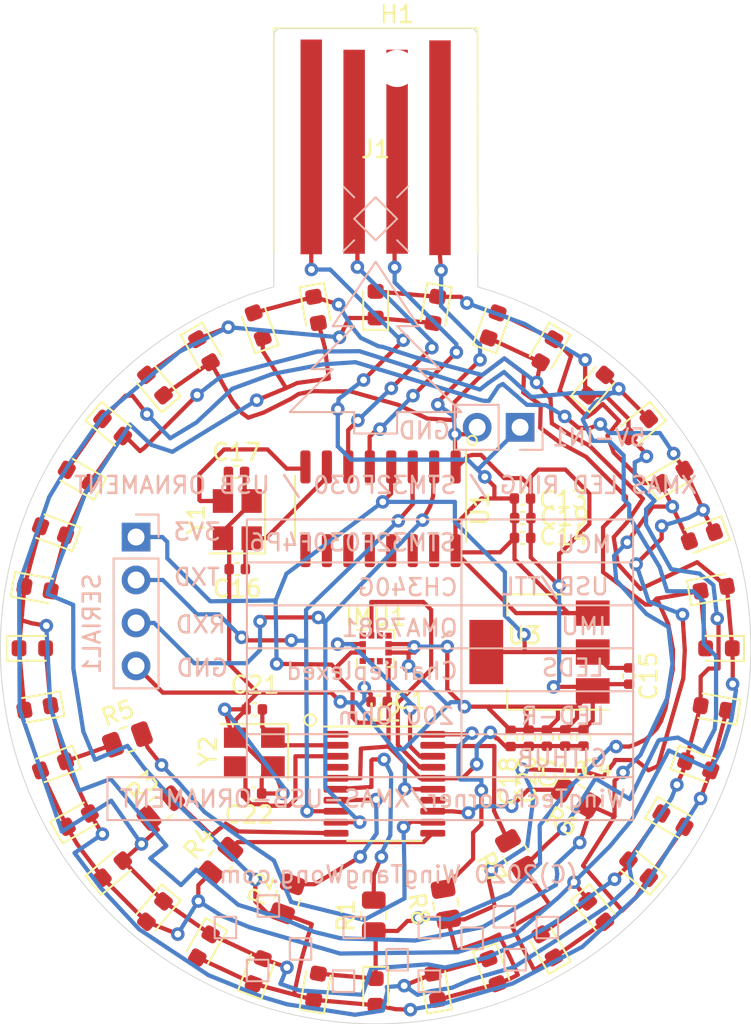
<source format=kicad_pcb>
(kicad_pcb (version 20171130) (host pcbnew "(5.1.7-0-10_14)")
  (layers (0 F.Cu signal) (31 B.Cu signal) (34 B.Paste user) (35 F.Paste user) (36 B.SilkS user) (37 F.SilkS user) (38 B.Mask user) (39 F.Mask user) (44 Edge.Cuts user))
  (net 0 "")
  (net 1 "Net-(IMU1-Pad4)")
  (net 2 "Net-(IMU1-Pad1)")
  (net 3 "Net-(IMU1-Pad10)")
  (net 4 "Net-(IMU1-Pad5)")
  (net 5 "Net-(IMU1-Pad6)")
  (net 6 "Net-(IMU1-Pad11)")
  (net 7 USB-DP)
  (net 8 USB-DN)
  (net 9 GND)
  (net 10 VBUS)
  (net 11 "Net-(D1-Pad2)")
  (net 12 "Net-(D1-Pad1)")
  (net 13 "Net-(D10-Pad2)")
  (net 14 "Net-(D10-Pad1)")
  (net 15 "Net-(D11-Pad2)")
  (net 16 "Net-(D13-Pad2)")
  (net 17 "Net-(D15-Pad2)")
  (net 18 "Net-(D17-Pad2)")
  (net 19 "Net-(U1-Pad15)")
  (net 20 "Net-(U1-Pad14)")
  (net 21 "Net-(U1-Pad13)")
  (net 22 "Net-(U1-Pad12)")
  (net 23 "Net-(U1-Pad11)")
  (net 24 "Net-(U1-Pad10)")
  (net 25 "Net-(U1-Pad9)")
  (net 26 TO_RXD)
  (net 27 TO_TXD)
  (net 28 3V3)
  (net 29 XI)
  (net 30 XO)
  (net 31 PF0)
  (net 32 PF1)
  (net 33 I2C_SDA)
  (net 34 I2C_SCL)
  (net 35 A)
  (net 36 B)
  (net 37 C)
  (net 38 D)
  (net 39 E)
  (net 40 F)
  (net 41 G)
  (net 42 H)
  (net 43 "Net-(U2-Pad14)")
  (net 44 "Net-(U2-Pad4)")
  (net 45 "Net-(U2-Pad1)")
  (module Connector_PinHeader_2.54mm:PinHeader_1x02_P2.54mm_Vertical (layer B.Cu) (at 8.55 -13.07 90)
    (fp_text reference 5V-IN1 (at -0.61 4.66 180) (layer B.SilkS) (effects (justify mirror)))
    (fp_text value Conn_01x02_Male)
    (pad 2 thru_hole oval (at 0 -2.54 90) (size 1.7 1.7) (drill 1) (layers *.Cu *.Mask) (net 9 GND))
    (pad 1 thru_hole rect (at 0 0 90) (size 1.7 1.7) (drill 1) (layers *.Cu *.Mask) (net 10 VBUS))
  )
  (module Connector_PinHeader_2.54mm:PinHeader_1x04_P2.54mm_Vertical (layer B.Cu) (at -14.18 -6.58 180)
    (fp_text reference SERIAL1 (at 2.61 -5.13 270) (layer B.SilkS) (effects (justify mirror)))
    (fp_text value Conn_01x04_Male)
    (pad 4 thru_hole oval (at 0 -7.62 180) (size 1.7 1.7) (drill 1) (layers *.Cu *.Mask) (net 9 GND))
    (pad 3 thru_hole oval (at 0 -5.08 180) (size 1.7 1.7) (drill 1) (layers *.Cu *.Mask) (net 26 TO_RXD))
    (pad 2 thru_hole oval (at 0 -2.54 180) (size 1.7 1.7) (drill 1) (layers *.Cu *.Mask) (net 27 TO_TXD))
    (pad 1 thru_hole rect (at 0 0 180) (size 1.7 1.7) (drill 1) (layers *.Cu *.Mask) (net 28 3V3))
  )
  (module Package_SO:TSSOP-20_4.4x6.5mm_P0.65mm (layer F.Cu) (at 0.52 8.01)
    (fp_text reference U2 (at 0 -4.2) (layer F.SilkS))
    (fp_text value STM32F030F4P6)
    (pad 20 smd roundrect (at 2.8625 -2.925) (size 1.475 0.4) (layers F.Cu F.Paste F.Mask) (net 42 H))
    (pad 19 smd roundrect (at 2.8625 -2.275) (size 1.475 0.4) (layers F.Cu F.Paste F.Mask) (net 41 G))
    (pad 18 smd roundrect (at 2.8625 -1.625) (size 1.475 0.4) (layers F.Cu F.Paste F.Mask) (net 33 I2C_SDA))
    (pad 17 smd roundrect (at 2.8625 -0.975) (size 1.475 0.4) (layers F.Cu F.Paste F.Mask) (net 34 I2C_SCL))
    (pad 16 smd roundrect (at 2.8625 -0.325) (size 1.475 0.4) (layers F.Cu F.Paste F.Mask) (net 28 3V3))
    (pad 15 smd roundrect (at 2.8625 0.325) (size 1.475 0.4) (layers F.Cu F.Paste F.Mask) (net 9 GND))
    (pad 14 smd roundrect (at 2.8625 0.975) (size 1.475 0.4) (layers F.Cu F.Paste F.Mask) (net 43 "Net-(U2-Pad14)"))
    (pad 13 smd roundrect (at 2.8625 1.625) (size 1.475 0.4) (layers F.Cu F.Paste F.Mask) (net 40 F))
    (pad 12 smd roundrect (at 2.8625 2.275) (size 1.475 0.4) (layers F.Cu F.Paste F.Mask) (net 39 E))
    (pad 11 smd roundrect (at 2.8625 2.925) (size 1.475 0.4) (layers F.Cu F.Paste F.Mask) (net 38 D))
    (pad 10 smd roundrect (at -2.8625 2.925) (size 1.475 0.4) (layers F.Cu F.Paste F.Mask) (net 37 C))
    (pad 9 smd roundrect (at -2.8625 2.275) (size 1.475 0.4) (layers F.Cu F.Paste F.Mask) (net 26 TO_RXD))
    (pad 8 smd roundrect (at -2.8625 1.625) (size 1.475 0.4) (layers F.Cu F.Paste F.Mask) (net 27 TO_TXD))
    (pad 7 smd roundrect (at -2.8625 0.975) (size 1.475 0.4) (layers F.Cu F.Paste F.Mask) (net 36 B))
    (pad 6 smd roundrect (at -2.8625 0.325) (size 1.475 0.4) (layers F.Cu F.Paste F.Mask) (net 35 A))
    (pad 5 smd roundrect (at -2.8625 -0.325) (size 1.475 0.4) (layers F.Cu F.Paste F.Mask) (net 28 3V3))
    (pad 4 smd roundrect (at -2.8625 -0.975) (size 1.475 0.4) (layers F.Cu F.Paste F.Mask) (net 44 "Net-(U2-Pad4)"))
    (pad 3 smd roundrect (at -2.8625 -1.625) (size 1.475 0.4) (layers F.Cu F.Paste F.Mask) (net 32 PF1))
    (pad 2 smd roundrect (at -2.8625 -2.275) (size 1.475 0.4) (layers F.Cu F.Paste F.Mask) (net 31 PF0))
    (pad 1 smd roundrect (at -2.8625 -2.925) (size 1.475 0.4) (layers F.Cu F.Paste F.Mask) (net 45 "Net-(U2-Pad1)"))
  )
  (module KiCad-Library-JLCPCB:SOIC-16_3.9x9.9mm_P1.27mm_JLC_ROTATED (layer F.Cu) (at 0.29 -8.25 90)
    (fp_text reference U1 (at 0 5.9 270) (layer F.SilkS))
    (fp_text value CH340G)
    (pad 1 smd roundrect (at 2.475 4.445 270) (size 1.95 0.6) (layers F.Cu F.Paste F.Mask) (net 9 GND))
    (pad 2 smd roundrect (at 2.475 3.175 270) (size 1.95 0.6) (layers F.Cu F.Paste F.Mask) (net 26 TO_RXD))
    (pad 3 smd roundrect (at 2.475 1.905 270) (size 1.95 0.6) (layers F.Cu F.Paste F.Mask) (net 27 TO_TXD))
    (pad 4 smd roundrect (at 2.475 0.635 270) (size 1.95 0.6) (layers F.Cu F.Paste F.Mask) (net 28 3V3))
    (pad 5 smd roundrect (at 2.475 -0.635 270) (size 1.95 0.6) (layers F.Cu F.Paste F.Mask) (net 7 USB-DP))
    (pad 6 smd roundrect (at 2.475 -1.905 270) (size 1.95 0.6) (layers F.Cu F.Paste F.Mask) (net 8 USB-DN))
    (pad 7 smd roundrect (at 2.475 -3.175 270) (size 1.95 0.6) (layers F.Cu F.Paste F.Mask) (net 29 XI))
    (pad 8 smd roundrect (at 2.475 -4.445 270) (size 1.95 0.6) (layers F.Cu F.Paste F.Mask) (net 30 XO))
    (pad 9 smd roundrect (at -2.475 -4.445 270) (size 1.95 0.6) (layers F.Cu F.Paste F.Mask) (net 25 "Net-(U1-Pad9)"))
    (pad 10 smd roundrect (at -2.475 -3.175 270) (size 1.95 0.6) (layers F.Cu F.Paste F.Mask) (net 24 "Net-(U1-Pad10)"))
    (pad 11 smd roundrect (at -2.475 -1.905 270) (size 1.95 0.6) (layers F.Cu F.Paste F.Mask) (net 23 "Net-(U1-Pad11)"))
    (pad 12 smd roundrect (at -2.475 -0.635 270) (size 1.95 0.6) (layers F.Cu F.Paste F.Mask) (net 22 "Net-(U1-Pad12)"))
    (pad 13 smd roundrect (at -2.475 0.635 270) (size 1.95 0.6) (layers F.Cu F.Paste F.Mask) (net 21 "Net-(U1-Pad13)"))
    (pad 14 smd roundrect (at -2.475 1.905 270) (size 1.95 0.6) (layers F.Cu F.Paste F.Mask) (net 20 "Net-(U1-Pad14)"))
    (pad 15 smd roundrect (at -2.475 3.175 270) (size 1.95 0.6) (layers F.Cu F.Paste F.Mask) (net 19 "Net-(U1-Pad15)"))
    (pad 16 smd roundrect (at -2.475 4.445 270) (size 1.95 0.6) (layers F.Cu F.Paste F.Mask) (net 10 VBUS))
  )
  (module MountingHole:MountingHole_2.2mm_M2 (layer F.Cu) (at 1.27 -34.29)
    (fp_text reference H1 (at 0 -3.2) (layer F.SilkS))
    (fp_text value MountingHole)
    (pad 1 np_thru_hole circle (at 0 0) (size 2.2 2.2) (drill 2.2) (layers *.Cu *.Mask))
  )
  (module Resistor_SMD:R_0805_2012Metric (layer F.Cu) (at 4.151546 15.131363 100)
    (fp_text reference R8 (at 0.000001 -1.65 100) (layer F.SilkS))
    (fp_text value 200Ohms-±1%-1_8W-0805)
    (pad 2 smd roundrect (at 0.9125 0 100) (size 1.025 1.4) (layers F.Cu F.Paste F.Mask) (roundrect_rratio 0.2439014634146341) (net 42 H))
    (pad 1 smd roundrect (at -0.9125 0 100) (size 1.025 1.4) (layers F.Cu F.Paste F.Mask) (roundrect_rratio 0.2439014634146341) (net 16 "Net-(D13-Pad2)"))
  )
  (module Resistor_SMD:R_0805_2012Metric (layer F.Cu) (at 8.29 12.1775 120)
    (fp_text reference R7 (at 0 -1.65 120) (layer F.SilkS))
    (fp_text value 200Ohms-±1%-1_8W-0805)
    (pad 2 smd roundrect (at 0.9125 0 120) (size 1.025 1.4) (layers F.Cu F.Paste F.Mask) (roundrect_rratio 0.2439014634146341) (net 41 G))
    (pad 1 smd roundrect (at -0.9125 0 120) (size 1.025 1.4) (layers F.Cu F.Paste F.Mask) (roundrect_rratio 0.2439014634146341) (net 15 "Net-(D11-Pad2)"))
  )
  (module Resistor_SMD:R_0805_2012Metric (layer F.Cu) (at 11.8575 8.82 150)
    (fp_text reference R6 (at 0 -1.65 150) (layer F.SilkS))
    (fp_text value 200Ohms-±1%-1_8W-0805)
    (pad 2 smd roundrect (at 0.9125 0 150) (size 1.025 1.4) (layers F.Cu F.Paste F.Mask) (roundrect_rratio 0.2439014634146341) (net 40 F))
    (pad 1 smd roundrect (at -0.9125 0 150) (size 1.025 1.4) (layers F.Cu F.Paste F.Mask) (roundrect_rratio 0.2439014634146341) (net 14 "Net-(D10-Pad1)"))
  )
  (module Resistor_SMD:R_0805_2012Metric (layer F.Cu) (at -14.69253 5.387907 20)
    (fp_text reference R5 (at 0 -1.65 20) (layer F.SilkS))
    (fp_text value 200Ohms-±1%-1_8W-0805)
    (pad 2 smd roundrect (at 0.9125 0 20) (size 1.025 1.4) (layers F.Cu F.Paste F.Mask) (roundrect_rratio 0.2439014634146341) (net 39 E))
    (pad 1 smd roundrect (at -0.9125 0 20) (size 1.025 1.4) (layers F.Cu F.Paste F.Mask) (roundrect_rratio 0.2439014634146341) (net 13 "Net-(D10-Pad2)"))
  )
  (module Resistor_SMD:R_0805_2012Metric (layer F.Cu) (at -9.18 12.58 50)
    (fp_text reference R4 (at 0.000001 -1.65 50) (layer F.SilkS))
    (fp_text value 200Ohms-±1%-1_8W-0805)
    (pad 2 smd roundrect (at 0.9125 0 50) (size 1.025 1.4) (layers F.Cu F.Paste F.Mask) (roundrect_rratio 0.2439014634146341) (net 38 D))
    (pad 1 smd roundrect (at -0.9125 0 50) (size 1.025 1.4) (layers F.Cu F.Paste F.Mask) (roundrect_rratio 0.2439014634146341) (net 18 "Net-(D17-Pad2)"))
  )
  (module Resistor_SMD:R_0805_2012Metric (layer F.Cu) (at -12.7175 9.45 40)
    (fp_text reference R3 (at -0.000001 -1.65 40) (layer F.SilkS))
    (fp_text value 200Ohms-±1%-1_8W-0805)
    (pad 2 smd roundrect (at 0.9125 0 40) (size 1.025 1.4) (layers F.Cu F.Paste F.Mask) (roundrect_rratio 0.2439014634146341) (net 37 C))
    (pad 1 smd roundrect (at -0.9125 0 40) (size 1.025 1.4) (layers F.Cu F.Paste F.Mask) (roundrect_rratio 0.2439014634146341) (net 17 "Net-(D15-Pad2)"))
  )
  (module Resistor_SMD:R_0805_2012Metric (layer F.Cu) (at -5.22375 14.809752 70)
    (fp_text reference R2 (at 0 -1.65 70) (layer F.SilkS))
    (fp_text value 200Ohms-±1%-1_8W-0805)
    (pad 2 smd roundrect (at 0.9125 0 70) (size 1.025 1.4) (layers F.Cu F.Paste F.Mask) (roundrect_rratio 0.2439014634146341) (net 36 B))
    (pad 1 smd roundrect (at -0.9125 0 70) (size 1.025 1.4) (layers F.Cu F.Paste F.Mask) (roundrect_rratio 0.2439014634146341) (net 11 "Net-(D1-Pad2)"))
  )
  (module Resistor_SMD:R_0805_2012Metric (layer F.Cu) (at -0.11 15.8 90)
    (fp_text reference R1 (at 0 -1.65 90) (layer F.SilkS))
    (fp_text value 200Ohms-±1%-1_8W-0805)
    (pad 2 smd roundrect (at 0.9125 0 90) (size 1.025 1.4) (layers F.Cu F.Paste F.Mask) (roundrect_rratio 0.2439014634146341) (net 35 A))
    (pad 1 smd roundrect (at -0.9125 0 90) (size 1.025 1.4) (layers F.Cu F.Paste F.Mask) (roundrect_rratio 0.2439014634146341) (net 12 "Net-(D1-Pad1)"))
  )
  (module Crystal:Crystal_SMD_TXC_7M-4Pin_3.2x2.5mm (layer F.Cu) (at -7.18 6.135 180)
    (fp_text reference Y2 (at 2.75 0.05 90) (layer F.SilkS))
    (fp_text value 12mhz-Crystal_GND24)
    (pad 4 smd rect (at -1.1 -0.85 180) (size 1.4 1.2) (layers F.Cu F.Paste F.Mask) (net 9 GND))
    (pad 3 smd rect (at 1.1 -0.85 180) (size 1.4 1.2) (layers F.Cu F.Paste F.Mask) (net 32 PF1))
    (pad 2 smd rect (at 1.1 0.85 180) (size 1.4 1.2) (layers F.Cu F.Paste F.Mask) (net 9 GND))
    (pad 1 smd rect (at -1.1 0.85 180) (size 1.4 1.2) (layers F.Cu F.Paste F.Mask) (net 31 PF0))
  )
  (module Capacitor_SMD:C_0402_1005Metric (layer F.Cu) (at -7.225 8.585)
    (fp_text reference C22 (at -0.27 1.25) (layer F.SilkS))
    (fp_text value 12pF-50V-0402)
    (pad 2 smd roundrect (at 0.48 0) (size 0.56 0.62) (layers F.Cu F.Paste F.Mask) (net 9 GND))
    (pad 1 smd roundrect (at -0.48 0) (size 0.56 0.62) (layers F.Cu F.Paste F.Mask) (net 32 PF1))
  )
  (module Capacitor_SMD:C_0402_1005Metric (layer F.Cu) (at -7.185 3.61 180)
    (fp_text reference C21 (at -0.045 1.45) (layer F.SilkS))
    (fp_text value 12pF-50V-0402)
    (pad 2 smd roundrect (at 0.48 0 180) (size 0.56 0.62) (layers F.Cu F.Paste F.Mask) (net 9 GND))
    (pad 1 smd roundrect (at -0.48 0 180) (size 0.56 0.62) (layers F.Cu F.Paste F.Mask) (net 31 PF0))
  )
  (module Package_TO_SOT_SMD:SOT-223-3_TabPin2 (layer F.Cu) (at 9.7 0.22 180)
    (fp_text reference U3 (at 0.9 0.975) (layer F.SilkS))
    (fp_text value AP1117-3v3)
    (pad 1 smd rect (at -3.15 -2.3 180) (size 2 1.5) (layers F.Cu F.Paste F.Mask) (net 9 GND))
    (pad 3 smd rect (at -3.15 2.3 180) (size 2 1.5) (layers F.Cu F.Paste F.Mask) (net 10 VBUS))
    (pad 2 smd rect (at -3.15 0 180) (size 2 1.5) (layers F.Cu F.Paste F.Mask) (net 28 3V3))
    (pad 2 smd rect (at 3.15 0 180) (size 2 3.8) (layers F.Cu F.Paste F.Mask) (net 28 3V3))
  )
  (module Capacitor_SMD:C_0402_1005Metric (layer F.Cu) (at 9.06 5.315 90)
    (fp_text reference C20 (at -2.42 -0.075 90) (layer F.SilkS))
    (fp_text value 1uF-25V-0402)
    (pad 2 smd roundrect (at 0.48 0 90) (size 0.56 0.62) (layers F.Cu F.Paste F.Mask) (net 9 GND))
    (pad 1 smd roundrect (at -0.48 0 90) (size 0.56 0.62) (layers F.Cu F.Paste F.Mask) (net 28 3V3))
  )
  (module Capacitor_SMD:C_0402_1005Metric (layer F.Cu) (at 8.71 -7.705)
    (fp_text reference C19 (at 2.47 -0.05) (layer F.SilkS))
    (fp_text value 100nF-16V-0402)
    (pad 2 smd roundrect (at 0.48 0) (size 0.56 0.62) (layers F.Cu F.Paste F.Mask) (net 9 GND))
    (pad 1 smd roundrect (at -0.48 0) (size 0.56 0.62) (layers F.Cu F.Paste F.Mask) (net 10 VBUS))
  )
  (module Capacitor_SMD:C_0402_1005Metric (layer F.Cu) (at 7.99 5.33 90)
    (fp_text reference C18 (at -2.52 -0.125 90) (layer F.SilkS))
    (fp_text value 1uF-25V-0402)
    (pad 2 smd roundrect (at 0.48 0 90) (size 0.56 0.62) (layers F.Cu F.Paste F.Mask) (net 9 GND))
    (pad 1 smd roundrect (at -0.48 0 90) (size 0.56 0.62) (layers F.Cu F.Paste F.Mask) (net 28 3V3))
  )
  (module Capacitor_SMD:C_0402_1005Metric (layer F.Cu) (at 8.7 -6.53)
    (fp_text reference C14 (at 2.43 -0.08) (layer F.SilkS))
    (fp_text value 100nF-16V-0402)
    (pad 2 smd roundrect (at 0.48 0) (size 0.56 0.62) (layers F.Cu F.Paste F.Mask) (net 9 GND))
    (pad 1 smd roundrect (at -0.48 0) (size 0.56 0.62) (layers F.Cu F.Paste F.Mask) (net 10 VBUS))
  )
  (module Capacitor_SMD:C_0402_1005Metric (layer F.Cu) (at -8.235 -10.435)
    (fp_text reference C17 (at 0 -1.16) (layer F.SilkS))
    (fp_text value 12pF-50V-0402)
    (pad 2 smd roundrect (at 0.48 0) (size 0.56 0.62) (layers F.Cu F.Paste F.Mask) (net 9 GND))
    (pad 1 smd roundrect (at -0.48 0) (size 0.56 0.62) (layers F.Cu F.Paste F.Mask) (net 30 XO))
  )
  (module Capacitor_SMD:C_0402_1005Metric (layer F.Cu) (at -8.19 -4.685 180)
    (fp_text reference C16 (at 0 -1.16) (layer F.SilkS))
    (fp_text value 12pF-50V-0402)
    (pad 2 smd roundrect (at 0.48 0 180) (size 0.56 0.62) (layers F.Cu F.Paste F.Mask) (net 9 GND))
    (pad 1 smd roundrect (at -0.48 0 180) (size 0.56 0.62) (layers F.Cu F.Paste F.Mask) (net 29 XI))
  )
  (module Crystal:Crystal_SMD_TXC_7M-4Pin_3.2x2.5mm (layer F.Cu) (at -8.19 -7.61 90)
    (fp_text reference Y1 (at 0 -2.45 90) (layer F.SilkS))
    (fp_text value 12mhz-Crystal_GND24)
    (pad 4 smd rect (at -1.1 -0.85 90) (size 1.4 1.2) (layers F.Cu F.Paste F.Mask) (net 9 GND))
    (pad 3 smd rect (at 1.1 -0.85 90) (size 1.4 1.2) (layers F.Cu F.Paste F.Mask) (net 30 XO))
    (pad 2 smd rect (at 1.1 0.85 90) (size 1.4 1.2) (layers F.Cu F.Paste F.Mask) (net 9 GND))
    (pad 1 smd rect (at -1.1 0.85 90) (size 1.4 1.2) (layers F.Cu F.Paste F.Mask) (net 29 XI))
  )
  (module Capacitor_SMD:C_0402_1005Metric (layer F.Cu) (at 15 1.64 270)
    (fp_text reference C15 (at 0 -1.16 90) (layer F.SilkS))
    (fp_text value 1uF-25V-0402)
    (pad 2 smd roundrect (at 0.48 0 270) (size 0.56 0.62) (layers F.Cu F.Paste F.Mask) (net 9 GND))
    (pad 1 smd roundrect (at -0.48 0 270) (size 0.56 0.62) (layers F.Cu F.Paste F.Mask) (net 28 3V3))
  )
  (module Capacitor_SMD:C_0402_1005Metric (layer F.Cu) (at 8.69 -8.86)
    (fp_text reference C13 (at 2.425 0.075) (layer F.SilkS))
    (fp_text value 100nF-16V-0402)
    (pad 2 smd roundrect (at 0.48 0) (size 0.56 0.62) (layers F.Cu F.Paste F.Mask) (net 9 GND))
    (pad 1 smd roundrect (at -0.48 0) (size 0.56 0.62) (layers F.Cu F.Paste F.Mask) (net 10 VBUS))
  )
  (module Capacitor_SMD:C_0402_1005Metric (layer F.Cu) (at 11.22 5.3 90)
    (fp_text reference C10 (at -1.95 -0.05 180) (layer F.SilkS))
    (fp_text value 100nF-16V-0402)
    (pad 2 smd roundrect (at 0.48 0 90) (size 0.56 0.62) (layers F.Cu F.Paste F.Mask) (net 9 GND))
    (pad 1 smd roundrect (at -0.48 0 90) (size 0.56 0.62) (layers F.Cu F.Paste F.Mask) (net 28 3V3))
  )
  (module Capacitor_SMD:C_0402_1005Metric (layer F.Cu) (at 10.13 5.31 90)
    (fp_text reference C7 (at -2.02 0.1 90) (layer F.SilkS))
    (fp_text value 100nF-16V-0402)
    (pad 2 smd roundrect (at 0.48 0 90) (size 0.56 0.62) (layers F.Cu F.Paste F.Mask) (net 9 GND))
    (pad 1 smd roundrect (at -0.48 0 90) (size 0.56 0.62) (layers F.Cu F.Paste F.Mask) (net 28 3V3))
  )
  (module Capacitor_SMD:C_0402_1005Metric (layer F.Cu) (at 12.3 5.3 90)
    (fp_text reference C4 (at -1.845 0.75) (layer F.SilkS))
    (fp_text value 100nF-16V-0402)
    (pad 2 smd roundrect (at 0.48 0 90) (size 0.56 0.62) (layers F.Cu F.Paste F.Mask) (net 9 GND))
    (pad 1 smd roundrect (at -0.48 0 90) (size 0.56 0.62) (layers F.Cu F.Paste F.Mask) (net 28 3V3))
  )
  (module Capacitor_SMD:C_0402_1005Metric (layer F.Cu) (at 0.21 3.16 180)
    (fp_text reference C1 (at -1.825 0.08) (layer F.SilkS))
    (fp_text value 100nF-16V-0402)
    (pad 2 smd roundrect (at 0.48 0 180) (size 0.56 0.62) (layers F.Cu F.Paste F.Mask) (net 9 GND))
    (pad 1 smd roundrect (at -0.48 0 180) (size 0.56 0.62) (layers F.Cu F.Paste F.Mask) (net 28 3V3))
  )
  (module Diode_SMD:D_0603_1608Metric (layer F.Cu) (at 3.52853 20.011293 100)
    (fp_text reference D36 hide)
    (fp_text value BLUE_LED)
    (pad 2 smd roundrect (at 0.7875 0 100) (size 0.875 0.95) (layers F.Cu F.Paste F.Mask) (net 13 "Net-(D10-Pad2)"))
    (pad 1 smd roundrect (at -0.7875 0 100) (size 0.875 0.95) (layers F.Cu F.Paste F.Mask) (net 16 "Net-(D13-Pad2)"))
  )
  (module Diode_SMD:D_0603_1608Metric (layer F.Cu) (at 6.949849 19.094554 290)
    (fp_text reference D35 hide)
    (fp_text value BLUE_LED)
    (pad 2 smd roundrect (at 0.7875 0 290) (size 0.875 0.95) (layers F.Cu F.Paste F.Mask) (net 16 "Net-(D13-Pad2)"))
    (pad 1 smd roundrect (at -0.7875 0 290) (size 0.875 0.95) (layers F.Cu F.Paste F.Mask) (net 13 "Net-(D10-Pad2)"))
  )
  (module Diode_SMD:D_0603_1608Metric (layer F.Cu) (at 10.16 17.597636 120)
    (fp_text reference D34 hide)
    (fp_text value BLUE_LED)
    (pad 2 smd roundrect (at 0.7875 0 120) (size 0.875 0.95) (layers F.Cu F.Paste F.Mask) (net 18 "Net-(D17-Pad2)"))
    (pad 1 smd roundrect (at -0.7875 0 120) (size 0.875 0.95) (layers F.Cu F.Paste F.Mask) (net 15 "Net-(D11-Pad2)"))
  )
  (module Diode_SMD:D_0603_1608Metric (layer F.Cu) (at 13.061444 15.566023 310)
    (fp_text reference D33 hide)
    (fp_text value BLUE_LED)
    (pad 2 smd roundrect (at 0.7875 0 310) (size 0.875 0.95) (layers F.Cu F.Paste F.Mask) (net 15 "Net-(D11-Pad2)"))
    (pad 1 smd roundrect (at -0.7875 0 310) (size 0.875 0.95) (layers F.Cu F.Paste F.Mask) (net 18 "Net-(D17-Pad2)"))
  )
  (module Diode_SMD:D_0603_1608Metric (layer F.Cu) (at 15.566023 13.061444 140)
    (fp_text reference D32 hide)
    (fp_text value BLUE_LED)
    (pad 2 smd roundrect (at 0.7875 0 140) (size 0.875 0.95) (layers F.Cu F.Paste F.Mask) (net 17 "Net-(D15-Pad2)"))
    (pad 1 smd roundrect (at -0.7875 0 140) (size 0.875 0.95) (layers F.Cu F.Paste F.Mask) (net 14 "Net-(D10-Pad1)"))
  )
  (module Diode_SMD:D_0603_1608Metric (layer F.Cu) (at 17.597636 10.159999 330)
    (fp_text reference D31 hide)
    (fp_text value BLUE_LED)
    (pad 2 smd roundrect (at 0.7875 0 330) (size 0.875 0.95) (layers F.Cu F.Paste F.Mask) (net 14 "Net-(D10-Pad1)"))
    (pad 1 smd roundrect (at -0.7875 0 330) (size 0.875 0.95) (layers F.Cu F.Paste F.Mask) (net 17 "Net-(D15-Pad2)"))
  )
  (module Diode_SMD:D_0603_1608Metric (layer F.Cu) (at 19.094554 6.949849 340)
    (fp_text reference D30 hide)
    (fp_text value BLUE_LED)
    (pad 2 smd roundrect (at 0.7875 0 340) (size 0.875 0.95) (layers F.Cu F.Paste F.Mask) (net 11 "Net-(D1-Pad2)"))
    (pad 1 smd roundrect (at -0.7875 0 340) (size 0.875 0.95) (layers F.Cu F.Paste F.Mask) (net 13 "Net-(D10-Pad2)"))
  )
  (module Diode_SMD:D_0603_1608Metric (layer F.Cu) (at 20.011293 3.52853 170)
    (fp_text reference D29 hide)
    (fp_text value BLUE_LED)
    (pad 2 smd roundrect (at 0.7875 0 170) (size 0.875 0.95) (layers F.Cu F.Paste F.Mask) (net 13 "Net-(D10-Pad2)"))
    (pad 1 smd roundrect (at -0.7875 0 170) (size 0.875 0.95) (layers F.Cu F.Paste F.Mask) (net 11 "Net-(D1-Pad2)"))
  )
  (module Diode_SMD:D_0603_1608Metric (layer F.Cu) (at 20.32 0 180)
    (fp_text reference D28 hide)
    (fp_text value BLUE_LED)
    (pad 2 smd roundrect (at 0.7875 0 180) (size 0.875 0.95) (layers F.Cu F.Paste F.Mask) (net 12 "Net-(D1-Pad1)"))
    (pad 1 smd roundrect (at -0.7875 0 180) (size 0.875 0.95) (layers F.Cu F.Paste F.Mask) (net 18 "Net-(D17-Pad2)"))
  )
  (module Diode_SMD:D_0603_1608Metric (layer F.Cu) (at 20.011293 -3.52853 10)
    (fp_text reference D27 hide)
    (fp_text value BLUE_LED)
    (pad 2 smd roundrect (at 0.7875 0 10) (size 0.875 0.95) (layers F.Cu F.Paste F.Mask) (net 18 "Net-(D17-Pad2)"))
    (pad 1 smd roundrect (at -0.7875 0 10) (size 0.875 0.95) (layers F.Cu F.Paste F.Mask) (net 12 "Net-(D1-Pad1)"))
  )
  (module Diode_SMD:D_0603_1608Metric (layer F.Cu) (at 19.31 -6.6 200)
    (fp_text reference D26 hide)
    (fp_text value BLUE_LED)
    (pad 2 smd roundrect (at 0.7875 0 200) (size 0.875 0.95) (layers F.Cu F.Paste F.Mask) (net 14 "Net-(D10-Pad1)"))
    (pad 1 smd roundrect (at -0.7875 0 200) (size 0.875 0.95) (layers F.Cu F.Paste F.Mask) (net 16 "Net-(D13-Pad2)"))
  )
  (module Diode_SMD:D_0603_1608Metric (layer F.Cu) (at 17.597636 -10.16 30)
    (fp_text reference D25 hide)
    (fp_text value BLUE_LED)
    (pad 2 smd roundrect (at 0.7875 0 30) (size 0.875 0.95) (layers F.Cu F.Paste F.Mask) (net 16 "Net-(D13-Pad2)"))
    (pad 1 smd roundrect (at -0.7875 0 30) (size 0.875 0.95) (layers F.Cu F.Paste F.Mask) (net 14 "Net-(D10-Pad1)"))
  )
  (module Diode_SMD:D_0603_1608Metric (layer F.Cu) (at 15.566023 -13.061444 220)
    (fp_text reference D24 hide)
    (fp_text value BLUE_LED)
    (pad 2 smd roundrect (at 0.7875 0 220) (size 0.875 0.95) (layers F.Cu F.Paste F.Mask) (net 13 "Net-(D10-Pad2)"))
    (pad 1 smd roundrect (at -0.7875 0 220) (size 0.875 0.95) (layers F.Cu F.Paste F.Mask) (net 15 "Net-(D11-Pad2)"))
  )
  (module Diode_SMD:D_0603_1608Metric (layer F.Cu) (at 13.061444 -15.566023 50)
    (fp_text reference D23 hide)
    (fp_text value BLUE_LED)
    (pad 2 smd roundrect (at 0.7875 0 50) (size 0.875 0.95) (layers F.Cu F.Paste F.Mask) (net 15 "Net-(D11-Pad2)"))
    (pad 1 smd roundrect (at -0.7875 0 50) (size 0.875 0.95) (layers F.Cu F.Paste F.Mask) (net 13 "Net-(D10-Pad2)"))
  )
  (module Diode_SMD:D_0603_1608Metric (layer F.Cu) (at 10.16 -17.597636 240)
    (fp_text reference D22 hide)
    (fp_text value BLUE_LED)
    (pad 2 smd roundrect (at 0.7875 0 240) (size 0.875 0.95) (layers F.Cu F.Paste F.Mask) (net 18 "Net-(D17-Pad2)"))
    (pad 1 smd roundrect (at -0.7875 0 240) (size 0.875 0.95) (layers F.Cu F.Paste F.Mask) (net 14 "Net-(D10-Pad1)"))
  )
  (module Diode_SMD:D_0603_1608Metric (layer F.Cu) (at 6.949849 -19.094554 70)
    (fp_text reference D21 hide)
    (fp_text value BLUE_LED)
    (pad 2 smd roundrect (at 0.7875 0 70) (size 0.875 0.95) (layers F.Cu F.Paste F.Mask) (net 14 "Net-(D10-Pad1)"))
    (pad 1 smd roundrect (at -0.7875 0 70) (size 0.875 0.95) (layers F.Cu F.Paste F.Mask) (net 18 "Net-(D17-Pad2)"))
  )
  (module Diode_SMD:D_0603_1608Metric (layer F.Cu) (at 3.52853 -20.011293 260)
    (fp_text reference D20 hide)
    (fp_text value BLUE_LED)
    (pad 2 smd roundrect (at 0.7875 0 260) (size 0.875 0.95) (layers F.Cu F.Paste F.Mask) (net 17 "Net-(D15-Pad2)"))
    (pad 1 smd roundrect (at -0.7875 0 260) (size 0.875 0.95) (layers F.Cu F.Paste F.Mask) (net 13 "Net-(D10-Pad2)"))
  )
  (module Diode_SMD:D_0603_1608Metric (layer F.Cu) (at 0 -20.32 90)
    (fp_text reference D19 hide)
    (fp_text value BLUE_LED)
    (pad 2 smd roundrect (at 0.7875 0 90) (size 0.875 0.95) (layers F.Cu F.Paste F.Mask) (net 13 "Net-(D10-Pad2)"))
    (pad 1 smd roundrect (at -0.7875 0 90) (size 0.875 0.95) (layers F.Cu F.Paste F.Mask) (net 17 "Net-(D15-Pad2)"))
  )
  (module Diode_SMD:D_0603_1608Metric (layer F.Cu) (at -3.52853 -20.011293 280)
    (fp_text reference D18 hide)
    (fp_text value BLUE_LED)
    (pad 2 smd roundrect (at 0.7875 0 280) (size 0.875 0.95) (layers F.Cu F.Paste F.Mask) (net 11 "Net-(D1-Pad2)"))
    (pad 1 smd roundrect (at -0.7875 0 280) (size 0.875 0.95) (layers F.Cu F.Paste F.Mask) (net 18 "Net-(D17-Pad2)"))
  )
  (module Diode_SMD:D_0603_1608Metric (layer F.Cu) (at -6.949849 -19.094554 110)
    (fp_text reference D17 hide)
    (fp_text value BLUE_LED)
    (pad 2 smd roundrect (at 0.7875 0 110) (size 0.875 0.95) (layers F.Cu F.Paste F.Mask) (net 18 "Net-(D17-Pad2)"))
    (pad 1 smd roundrect (at -0.7875 0 110) (size 0.875 0.95) (layers F.Cu F.Paste F.Mask) (net 11 "Net-(D1-Pad2)"))
  )
  (module Diode_SMD:D_0603_1608Metric (layer F.Cu) (at -10.16 -17.597636 300)
    (fp_text reference D16 hide)
    (fp_text value BLUE_LED)
    (pad 2 smd roundrect (at 0.7875 0 300) (size 0.875 0.95) (layers F.Cu F.Paste F.Mask) (net 12 "Net-(D1-Pad1)"))
    (pad 1 smd roundrect (at -0.7875 0 300) (size 0.875 0.95) (layers F.Cu F.Paste F.Mask) (net 17 "Net-(D15-Pad2)"))
  )
  (module Diode_SMD:D_0603_1608Metric (layer F.Cu) (at -13.061444 -15.566023 130)
    (fp_text reference D15 hide)
    (fp_text value BLUE_LED)
    (pad 2 smd roundrect (at 0.7875 0 130) (size 0.875 0.95) (layers F.Cu F.Paste F.Mask) (net 17 "Net-(D15-Pad2)"))
    (pad 1 smd roundrect (at -0.7875 0 130) (size 0.875 0.95) (layers F.Cu F.Paste F.Mask) (net 12 "Net-(D1-Pad1)"))
  )
  (module Diode_SMD:D_0603_1608Metric (layer F.Cu) (at -15.566023 -13.061444 320)
    (fp_text reference D14 hide)
    (fp_text value BLUE_LED)
    (pad 2 smd roundrect (at 0.7875 0 320) (size 0.875 0.95) (layers F.Cu F.Paste F.Mask) (net 15 "Net-(D11-Pad2)"))
    (pad 1 smd roundrect (at -0.7875 0 320) (size 0.875 0.95) (layers F.Cu F.Paste F.Mask) (net 16 "Net-(D13-Pad2)"))
  )
  (module Diode_SMD:D_0603_1608Metric (layer F.Cu) (at -17.597636 -10.16 150)
    (fp_text reference D13 hide)
    (fp_text value BLUE_LED)
    (pad 2 smd roundrect (at 0.7875 0 150) (size 0.875 0.95) (layers F.Cu F.Paste F.Mask) (net 16 "Net-(D13-Pad2)"))
    (pad 1 smd roundrect (at -0.7875 0 150) (size 0.875 0.95) (layers F.Cu F.Paste F.Mask) (net 15 "Net-(D11-Pad2)"))
  )
  (module Diode_SMD:D_0603_1608Metric (layer F.Cu) (at -19.094554 -6.949849 160)
    (fp_text reference D12 hide)
    (fp_text value BLUE_LED)
    (pad 2 smd roundrect (at 0.7875 0 160) (size 0.875 0.95) (layers F.Cu F.Paste F.Mask) (net 14 "Net-(D10-Pad1)"))
    (pad 1 smd roundrect (at -0.7875 0 160) (size 0.875 0.95) (layers F.Cu F.Paste F.Mask) (net 15 "Net-(D11-Pad2)"))
  )
  (module Diode_SMD:D_0603_1608Metric (layer F.Cu) (at -20.011293 -3.52853 350)
    (fp_text reference D11 hide)
    (fp_text value BLUE_LED)
    (pad 2 smd roundrect (at 0.7875 0 350) (size 0.875 0.95) (layers F.Cu F.Paste F.Mask) (net 15 "Net-(D11-Pad2)"))
    (pad 1 smd roundrect (at -0.7875 0 350) (size 0.875 0.95) (layers F.Cu F.Paste F.Mask) (net 14 "Net-(D10-Pad1)"))
  )
  (module Diode_SMD:D_0603_1608Metric (layer F.Cu) (at -20.32 0)
    (fp_text reference D10 hide)
    (fp_text value BLUE_LED)
    (pad 2 smd roundrect (at 0.7875 0) (size 0.875 0.95) (layers F.Cu F.Paste F.Mask) (net 13 "Net-(D10-Pad2)"))
    (pad 1 smd roundrect (at -0.7875 0) (size 0.875 0.95) (layers F.Cu F.Paste F.Mask) (net 14 "Net-(D10-Pad1)"))
  )
  (module Diode_SMD:D_0603_1608Metric (layer F.Cu) (at -20.011293 3.52853 190)
    (fp_text reference D9 hide)
    (fp_text value BLUE_LED)
    (pad 2 smd roundrect (at 0.7875 0 190) (size 0.875 0.95) (layers F.Cu F.Paste F.Mask) (net 14 "Net-(D10-Pad1)"))
    (pad 1 smd roundrect (at -0.7875 0 190) (size 0.875 0.95) (layers F.Cu F.Paste F.Mask) (net 13 "Net-(D10-Pad2)"))
  )
  (module Diode_SMD:D_0603_1608Metric (layer F.Cu) (at -19.094554 6.949849 200)
    (fp_text reference D8 hide)
    (fp_text value BLUE_LED)
    (pad 2 smd roundrect (at 0.7875 0 200) (size 0.875 0.95) (layers F.Cu F.Paste F.Mask) (net 18 "Net-(D17-Pad2)"))
    (pad 1 smd roundrect (at -0.7875 0 200) (size 0.875 0.95) (layers F.Cu F.Paste F.Mask) (net 13 "Net-(D10-Pad2)"))
  )
  (module Diode_SMD:D_0603_1608Metric (layer F.Cu) (at -17.597636 10.159999 30)
    (fp_text reference D7 hide)
    (fp_text value BLUE_LED)
    (pad 2 smd roundrect (at 0.7875 0 30) (size 0.875 0.95) (layers F.Cu F.Paste F.Mask) (net 13 "Net-(D10-Pad2)"))
    (pad 1 smd roundrect (at -0.7875 0 30) (size 0.875 0.95) (layers F.Cu F.Paste F.Mask) (net 18 "Net-(D17-Pad2)"))
  )
  (module Diode_SMD:D_0603_1608Metric (layer F.Cu) (at -15.566023 13.061444 40)
    (fp_text reference D6 hide)
    (fp_text value BLUE_LED)
    (pad 2 smd roundrect (at 0.7875 0 40) (size 0.875 0.95) (layers F.Cu F.Paste F.Mask) (net 17 "Net-(D15-Pad2)"))
    (pad 1 smd roundrect (at -0.7875 0 40) (size 0.875 0.95) (layers F.Cu F.Paste F.Mask) (net 18 "Net-(D17-Pad2)"))
  )
  (module Diode_SMD:D_0603_1608Metric (layer F.Cu) (at -13.061444 15.566023 230)
    (fp_text reference D5 hide)
    (fp_text value BLUE_LED)
    (pad 2 smd roundrect (at 0.7875 0 230) (size 0.875 0.95) (layers F.Cu F.Paste F.Mask) (net 18 "Net-(D17-Pad2)"))
    (pad 1 smd roundrect (at -0.7875 0 230) (size 0.875 0.95) (layers F.Cu F.Paste F.Mask) (net 17 "Net-(D15-Pad2)"))
  )
  (module Diode_SMD:D_0603_1608Metric (layer F.Cu) (at -10.159999 17.597636 240)
    (fp_text reference D4 hide)
    (fp_text value BLUE_LED)
    (pad 2 smd roundrect (at 0.7875 0 240) (size 0.875 0.95) (layers F.Cu F.Paste F.Mask) (net 11 "Net-(D1-Pad2)"))
    (pad 1 smd roundrect (at -0.7875 0 240) (size 0.875 0.95) (layers F.Cu F.Paste F.Mask) (net 17 "Net-(D15-Pad2)"))
  )
  (module Diode_SMD:D_0603_1608Metric (layer F.Cu) (at -6.949849 19.094554 70)
    (fp_text reference D3 hide)
    (fp_text value BLUE_LED)
    (pad 2 smd roundrect (at 0.7875 0 70) (size 0.875 0.95) (layers F.Cu F.Paste F.Mask) (net 17 "Net-(D15-Pad2)"))
    (pad 1 smd roundrect (at -0.7875 0 70) (size 0.875 0.95) (layers F.Cu F.Paste F.Mask) (net 11 "Net-(D1-Pad2)"))
  )
  (module Diode_SMD:D_0603_1608Metric (layer F.Cu) (at -3.52853 20.011293 80)
    (fp_text reference D2 hide)
    (fp_text value BLUE_LED)
    (pad 2 smd roundrect (at 0.7875 0 80) (size 0.875 0.95) (layers F.Cu F.Paste F.Mask) (net 12 "Net-(D1-Pad1)"))
    (pad 1 smd roundrect (at -0.7875 0 80) (size 0.875 0.95) (layers F.Cu F.Paste F.Mask) (net 11 "Net-(D1-Pad2)"))
  )
  (module Diode_SMD:D_0603_1608Metric (layer F.Cu) (at 0 20.32 270)
    (fp_text reference D1 hide)
    (fp_text value BLUE_LED)
    (pad 2 smd roundrect (at 0.7875 0 270) (size 0.875 0.95) (layers F.Cu F.Paste F.Mask) (net 11 "Net-(D1-Pad2)"))
    (pad 1 smd roundrect (at -0.7875 0 270) (size 0.875 0.95) (layers F.Cu F.Paste F.Mask) (net 12 "Net-(D1-Pad1)"))
  )
  (module KiCad-Library-JLCPCB:USB-A-PCB (layer F.Cu) (at 0 -30)
    (fp_text reference J1 (at 0 0.5) (layer F.SilkS))
    (fp_text value USB_A_PCB)
    (pad 3 connect rect (at 1.27 0.635) (size 1.27 12.065) (layers F.Cu F.Mask) (net 7 USB-DP))
    (pad 2 connect rect (at -1.27 0.635) (size 1.27 12.065) (layers F.Cu F.Mask) (net 8 USB-DN))
    (pad 4 connect rect (at 3.81 0.4) (size 1.27 12.7) (layers F.Cu F.Mask) (net 9 GND))
    (pad 1 connect rect (at -3.81 0.35) (size 1.27 12.7) (layers F.Cu F.Mask) (net 10 VBUS))
  )
  (module KiCad-Library-JLCPCB:LGA-12_2x2mm_P0.5mm (layer F.Cu) (at 0 0)
    (fp_text reference IMU1 (at 0 -1.85) (layer F.SilkS))
    (fp_text value QMA7981)
    (pad 2 smd rect (at -0.7625 -0.25) (size 0.375 0.35) (layers F.Cu F.Paste F.Mask) (net 33 I2C_SDA))
    (pad 3 smd rect (at -0.7625 0.25) (size 0.375 0.35) (layers F.Cu F.Paste F.Mask) (net 28 3V3))
    (pad 9 smd rect (at 0.7625 -0.25) (size 0.375 0.35) (layers F.Cu F.Paste F.Mask) (net 9 GND))
    (pad 8 smd rect (at 0.7625 0.25) (size 0.375 0.35) (layers F.Cu F.Paste F.Mask) (net 9 GND))
    (pad 4 smd rect (at -0.7625 0.75) (size 0.375 0.35) (layers F.Cu F.Paste F.Mask) (net 1 "Net-(IMU1-Pad4)"))
    (pad 7 smd rect (at 0.7625 0.75) (size 0.375 0.35) (layers F.Cu F.Paste F.Mask) (net 28 3V3))
    (pad 1 smd rect (at -0.7625 -0.75) (size 0.375 0.35) (layers F.Cu F.Paste F.Mask) (net 2 "Net-(IMU1-Pad1)"))
    (pad 10 smd rect (at 0.7625 -0.75) (size 0.375 0.35) (layers F.Cu F.Paste F.Mask) (net 3 "Net-(IMU1-Pad10)"))
    (pad 5 smd rect (at -0.25 0.7625 90) (size 0.375 0.35) (layers F.Cu F.Paste F.Mask) (net 4 "Net-(IMU1-Pad5)"))
    (pad 6 smd rect (at 0.25 0.7625 90) (size 0.375 0.35) (layers F.Cu F.Paste F.Mask) (net 5 "Net-(IMU1-Pad6)"))
    (pad 11 smd rect (at 0.25 -0.7625 90) (size 0.375 0.35) (layers F.Cu F.Paste F.Mask) (net 6 "Net-(IMU1-Pad11)"))
    (pad 12 smd rect (at -0.25 -0.7625 90) (size 0.375 0.35) (layers F.Cu F.Paste F.Mask) (net 34 I2C_SCL))
  )
  (gr_text GND (at 2.89 -12.87) (layer B.SilkS) (effects (font (size 1 1)) (justify mirror)))
  (gr_line (start -6.985 15.875) (end -6.985 14.605) (layer B.SilkS) (width 0.12))
  (gr_line (start -5.715 15.875) (end -6.985 15.875) (layer B.SilkS) (width 0.12))
  (gr_line (start -6.985 14.605) (end -5.715 14.605) (layer B.SilkS) (width 0.12))
  (gr_line (start -5.715 14.605) (end -5.715 15.875) (layer B.SilkS) (width 0.12))
  (gr_line (start -7.62 19.685) (end -7.62 18.415) (layer B.SilkS) (width 0.12))
  (gr_line (start -6.35 19.685) (end -7.62 19.685) (layer B.SilkS) (width 0.12))
  (gr_line (start -7.62 18.415) (end -6.35 18.415) (layer B.SilkS) (width 0.12))
  (gr_line (start -6.35 18.415) (end -6.35 19.685) (layer B.SilkS) (width 0.12))
  (gr_line (start -2.54 20.32) (end -2.54 19.05) (layer B.SilkS) (width 0.12))
  (gr_line (start -1.27 20.32) (end -2.54 20.32) (layer B.SilkS) (width 0.12))
  (gr_line (start -2.54 19.05) (end -1.27 19.05) (layer B.SilkS) (width 0.12))
  (gr_line (start -1.27 19.05) (end -1.27 20.32) (layer B.SilkS) (width 0.12))
  (gr_line (start 2.54 20.32) (end 2.54 19.05) (layer B.SilkS) (width 0.12))
  (gr_line (start 3.81 20.32) (end 2.54 20.32) (layer B.SilkS) (width 0.12))
  (gr_line (start 2.54 19.05) (end 3.81 19.05) (layer B.SilkS) (width 0.12))
  (gr_line (start 3.81 19.05) (end 3.81 20.32) (layer B.SilkS) (width 0.12))
  (gr_line (start 6.985 16.51) (end 6.985 15.24) (layer B.SilkS) (width 0.12))
  (gr_line (start 8.255 16.51) (end 6.985 16.51) (layer B.SilkS) (width 0.12))
  (gr_line (start 6.985 15.24) (end 8.255 15.24) (layer B.SilkS) (width 0.12))
  (gr_line (start 8.255 15.24) (end 8.255 16.51) (layer B.SilkS) (width 0.12))
  (gr_line (start 7.62 19.05) (end 7.62 17.78) (layer B.SilkS) (width 0.12))
  (gr_line (start 8.89 19.05) (end 7.62 19.05) (layer B.SilkS) (width 0.12))
  (gr_line (start 7.62 17.78) (end 8.89 17.78) (layer B.SilkS) (width 0.12))
  (gr_line (start 8.89 17.78) (end 8.89 19.05) (layer B.SilkS) (width 0.12))
  (gr_line (start 2.54 17.145) (end 2.54 15.875) (layer B.SilkS) (width 0.12))
  (gr_line (start 3.81 17.145) (end 2.54 17.145) (layer B.SilkS) (width 0.12))
  (gr_line (start 2.54 15.875) (end 3.81 15.875) (layer B.SilkS) (width 0.12))
  (gr_line (start 3.81 15.875) (end 3.81 17.145) (layer B.SilkS) (width 0.12))
  (gr_line (start -1.905 17.145) (end -1.905 15.875) (layer B.SilkS) (width 0.12))
  (gr_line (start -0.635 17.145) (end -1.905 17.145) (layer B.SilkS) (width 0.12))
  (gr_line (start -1.905 15.875) (end -0.635 15.875) (layer B.SilkS) (width 0.12))
  (gr_line (start -0.635 15.875) (end -0.635 17.145) (layer B.SilkS) (width 0.12))
  (gr_line (start 9.525 17.145) (end 9.525 15.875) (layer B.SilkS) (width 0.12))
  (gr_line (start 10.795 17.145) (end 9.525 17.145) (layer B.SilkS) (width 0.12))
  (gr_line (start 9.525 15.875) (end 10.795 15.875) (layer B.SilkS) (width 0.12))
  (gr_line (start 10.795 15.875) (end 10.795 17.145) (layer B.SilkS) (width 0.12))
  (gr_line (start 5.08 17.78) (end 5.08 16.51) (layer B.SilkS) (width 0.12))
  (gr_line (start 6.35 17.78) (end 5.08 17.78) (layer B.SilkS) (width 0.12))
  (gr_line (start 5.08 16.51) (end 6.35 16.51) (layer B.SilkS) (width 0.12))
  (gr_line (start 6.35 16.51) (end 6.35 17.78) (layer B.SilkS) (width 0.12))
  (gr_line (start 0.635 19.05) (end 0.635 17.78) (layer B.SilkS) (width 0.12))
  (gr_line (start 1.905 19.05) (end 0.635 19.05) (layer B.SilkS) (width 0.12))
  (gr_line (start 0.635 17.78) (end 1.905 17.78) (layer B.SilkS) (width 0.12))
  (gr_line (start 1.905 17.78) (end 1.905 19.05) (layer B.SilkS) (width 0.12))
  (gr_line (start -3.81 17.145) (end -5.08 17.145) (layer B.SilkS) (width 0.12))
  (gr_line (start -3.81 18.415) (end -3.81 17.145) (layer B.SilkS) (width 0.12))
  (gr_line (start -5.08 18.415) (end -3.81 18.415) (layer B.SilkS) (width 0.12))
  (gr_line (start -5.08 17.145) (end -5.08 18.415) (layer B.SilkS) (width 0.12))
  (gr_line (start -8.255 17.145) (end -9.525 17.145) (layer B.SilkS) (width 0.12))
  (gr_line (start -8.255 15.875) (end -8.255 17.145) (layer B.SilkS) (width 0.12))
  (gr_line (start -9.525 15.875) (end -8.255 15.875) (layer B.SilkS) (width 0.12))
  (gr_line (start -9.525 17.145) (end -9.525 15.875) (layer B.SilkS) (width 0.12))
  (gr_line (start -1.27 -26.67) (end -1.905 -27.305) (layer B.SilkS) (width 0.12))
  (gr_line (start 1.27 -26.67) (end 1.905 -27.305) (layer B.SilkS) (width 0.12))
  (gr_line (start 1.27 -24.13) (end 1.905 -23.495) (layer B.SilkS) (width 0.12))
  (gr_line (start -1.27 -24.13) (end -1.905 -23.495) (layer B.SilkS) (width 0.12))
  (gr_line (start -1.27 -25.4) (end 0 -24.13) (layer B.SilkS) (width 0.12))
  (gr_line (start 1.27 -25.4) (end 0 -24.13) (layer B.SilkS) (width 0.12))
  (gr_line (start 0 -26.67) (end 1.27 -25.4) (layer B.SilkS) (width 0.12))
  (gr_line (start 0 -26.67) (end -1.27 -25.4) (layer B.SilkS) (width 0.12))
  (gr_line (start -1.27 -12.7) (end 0 -12.7) (layer B.SilkS) (width 0.12))
  (gr_line (start -1.27 -13.97) (end -1.27 -12.7) (layer B.SilkS) (width 0.12))
  (gr_line (start -5.08 -13.97) (end -1.27 -13.97) (layer B.SilkS) (width 0.12))
  (gr_line (start -2.54 -16.51) (end -5.08 -13.97) (layer B.SilkS) (width 0.12))
  (gr_line (start -3.81 -16.51) (end -2.54 -16.51) (layer B.SilkS) (width 0.12))
  (gr_line (start -1.27 -19.05) (end -3.81 -16.51) (layer B.SilkS) (width 0.12))
  (gr_line (start -2.54 -19.05) (end -1.27 -19.05) (layer B.SilkS) (width 0.12))
  (gr_line (start 0 -22.86) (end -2.54 -19.05) (layer B.SilkS) (width 0.12))
  (gr_line (start 2.54 -19.05) (end 0 -22.86) (layer B.SilkS) (width 0.12))
  (gr_line (start 1.27 -19.05) (end 2.54 -19.05) (layer B.SilkS) (width 0.12))
  (gr_line (start 3.81 -16.51) (end 1.27 -19.05) (layer B.SilkS) (width 0.12))
  (gr_line (start 2.54 -16.51) (end 3.81 -16.51) (layer B.SilkS) (width 0.12))
  (gr_line (start 5.08 -13.97) (end 2.54 -16.51) (layer B.SilkS) (width 0.12))
  (gr_line (start 1.27 -13.97) (end 5.08 -13.97) (layer B.SilkS) (width 0.12))
  (gr_line (start 1.27 -12.7) (end 1.27 -13.97) (layer B.SilkS) (width 0.12))
  (gr_line (start 0 -12.7) (end 1.27 -12.7) (layer B.SilkS) (width 0.12))
  (gr_line (start -15.875 10.16) (end -7.62 10.16) (layer B.SilkS) (width 0.12))
  (gr_line (start -15.875 7.62) (end -15.875 10.16) (layer B.SilkS) (width 0.12))
  (gr_line (start -7.62 7.62) (end -15.875 7.62) (layer B.SilkS) (width 0.12))
  (gr_text WingTechCorner/XMAS-USB-ORNAMENT (at 14.9 8.9) (layer B.SilkS) (effects (font (size 1 1)) (justify left mirror)))
  (gr_text GITHUB (at 13.8 6.5) (layer B.SilkS) (effects (font (size 1 1)) (justify left mirror)))
  (gr_text "200 Ohm" (at 4.75 4) (layer B.SilkS) (effects (font (size 1 1)) (justify left mirror)))
  (gr_text LED-R (at 13.65 4) (layer B.SilkS) (effects (font (size 1 1)) (justify left mirror)))
  (gr_text Charlieplexed (at 4.95 1.35) (layer B.SilkS) (effects (font (size 1 1)) (justify left mirror)))
  (gr_text QMA7981 (at 4.95 -1.2) (layer B.SilkS) (effects (font (size 1 1)) (justify left mirror)))
  (gr_text CH340G (at 4.95 -3.6) (layer B.SilkS) (effects (font (size 1 1)) (justify left mirror)))
  (gr_text STM32F030F4P6 (at 4.85 -6.25) (layer B.SilkS) (effects (font (size 1 1)) (justify left mirror)))
  (gr_line (start 15.24 7.62) (end -7.62 7.62) (layer B.SilkS) (width 0.12))
  (gr_line (start 15.24 5.08) (end -7.62 5.08) (layer B.SilkS) (width 0.12))
  (gr_line (start 15.24 2.54) (end -7.62 2.54) (layer B.SilkS) (width 0.12))
  (gr_line (start 15.24 0) (end -7.62 0) (layer B.SilkS) (width 0.12))
  (gr_line (start 15.24 -2.54) (end -7.62 -2.54) (layer B.SilkS) (width 0.12))
  (gr_line (start 15.24 -5.08) (end -7.62 -5.08) (layer B.SilkS) (width 0.12))
  (gr_line (start 5.08 -7.62) (end 5.08 7.62) (layer B.SilkS) (width 0.12))
  (gr_line (start 15.24 -7.62) (end -7.62 -7.62) (layer B.SilkS) (width 0.12))
  (gr_line (start 15.24 10.16) (end 15.24 -7.62) (layer B.SilkS) (width 0.12))
  (gr_line (start -7.62 10.16) (end 15.24 10.16) (layer B.SilkS) (width 0.12))
  (gr_line (start -7.62 -7.62) (end -7.62 7.62) (layer B.SilkS) (width 0.12))
  (gr_text LEDS (at 13.6 1.15) (layer B.SilkS) (effects (font (size 1 1)) (justify left mirror)))
  (gr_text IMU (at 13.75 -1.3) (layer B.SilkS) (effects (font (size 1 1)) (justify left mirror)))
  (gr_text USB/TTL (at 13.9 -3.65) (layer B.SilkS) (effects (font (size 1 1)) (justify left mirror)))
  (gr_text MCU (at 14.05 -6.15) (layer B.SilkS) (effects (font (size 1 1)) (justify left mirror)))
  (gr_text GND (at -10.26 1.16) (layer B.SilkS) (effects (font (size 1 1)) (justify mirror)))
  (gr_text RXD (at -10.35 -1.4) (layer B.SilkS) (effects (font (size 1 1)) (justify mirror)))
  (gr_text TXD (at -10.58 -4.21) (layer B.SilkS) (effects (font (size 1 1)) (justify mirror)))
  (gr_text 3V3 (at -10.58 -6.89) (layer B.SilkS) (effects (font (size 1 1)) (justify mirror)))
  (gr_text "XMAS LED RING / STM32F030 / USB ORNAMENT" (at 0.59 -9.65) (layer B.SilkS) (effects (font (size 1 1)) (justify mirror)))
  (gr_text "(C)2020 WingTangWong.com" (at 1.35 13.38) (layer B.SilkS) (effects (font (size 1 1)) (justify mirror)))
  (gr_circle (center 5.71 -12.29) (end 5.99 -12.29) (layer F.SilkS) (width 0.12))
  (gr_circle (center -3.87 4.24) (end -3.59 4.44) (layer F.SilkS) (width 0.12))
  (gr_arc (start 5.625 -36.25) (end 6.025 -36.25) (angle -90) (layer Edge.Cuts) (width 0.05))
  (gr_arc (start -5.625 -36.25) (end -5.625 -36.65) (angle -90) (layer Edge.Cuts) (width 0.05))
  (gr_line (start 6.025 -36.25) (end 6.05 -21.368461) (layer Edge.Cuts) (width 0.05))
  (gr_line (start -5.625 -36.65) (end 5.625 -36.65) (layer Edge.Cuts) (width 0.05))
  (gr_line (start -6.025 -21.375) (end -6.025 -36.25) (layer Edge.Cuts) (width 0.05))
  (gr_arc (start 0 0) (end -6.025 -21.375) (angle -328.4546921) (layer Edge.Cuts) (width 0.05))
  (segment (start 1.125 -22.525) (end 1.0795 -29.365) (width 0.25) (layer F.Cu) (net 7))
  (via (at 1.125 -22.525) (size 0.8) (drill 0.4) (layers F.Cu B.Cu) (net 7))
  (segment (start 1.125 -22.525) (end 1.125 -21.645) (width 0.25) (layer B.Cu) (net 7))
  (segment (start 4.78 -17.99) (end 4.78 -17.51) (width 0.25) (layer B.Cu) (net 7))
  (via (at 4.78 -17.51) (size 0.8) (drill 0.4) (layers F.Cu B.Cu) (net 7))
  (segment (start 1.125 -21.645) (end 4.78 -17.99) (width 0.25) (layer B.Cu) (net 7))
  (segment (start 2.11 -14.84) (end 4.78 -17.51) (width 0.25) (layer F.Cu) (net 7))
  (segment (start 2.21 -14.94) (end 2.11 -14.84) (width 0.25) (layer F.Cu) (net 7))
  (segment (start 2.21 -14.94) (end 0.26 -12.96) (width 0.25) (layer B.Cu) (net 7))
  (via (at 2.21 -14.94) (size 0.8) (drill 0.4) (layers F.Cu B.Cu) (net 7))
  (segment (start -0.355 -10.625) (end -0.355 -12.515) (width 0.25) (layer F.Cu) (net 7))
  (segment (start 0.09 -12.96) (end 0.26 -12.96) (width 0.25) (layer F.Cu) (net 7))
  (via (at 0.26 -12.96) (size 0.8) (drill 0.4) (layers F.Cu B.Cu) (net 7))
  (segment (start -0.355 -12.515) (end 0.09 -12.96) (width 0.25) (layer F.Cu) (net 7))
  (segment (start -1.0795 -22.5455) (end -1.0795 -29.365) (width 0.25) (layer F.Cu) (net 8))
  (via (at -1.0795 -22.5455) (size 0.8) (drill 0.4) (layers F.Cu B.Cu) (net 8))
  (via (at 3.33 -17.78) (size 0.8) (drill 0.4) (layers F.Cu B.Cu) (net 8))
  (segment (start 3.33 -18.136) (end 3.33 -17.78) (width 0.25) (layer B.Cu) (net 8))
  (segment (start -1.0795 -22.5455) (end 3.33 -18.136) (width 0.25) (layer B.Cu) (net 8))
  (segment (start 0.925 -15.375) (end 3.33 -17.78) (width 0.25) (layer F.Cu) (net 8))
  (segment (start 0.925 -15.375) (end -1.05 -13.48) (width 0.25) (layer B.Cu) (net 8))
  (via (at 0.925 -15.375) (size 0.8) (drill 0.4) (layers F.Cu B.Cu) (net 8))
  (segment (start -1.625 -10.625) (end -1.625 -12.905) (width 0.25) (layer F.Cu) (net 8))
  (via (at -1.05 -13.48) (size 0.8) (drill 0.4) (layers F.Cu B.Cu) (net 8))
  (segment (start -1.625 -12.905) (end -1.05 -13.48) (width 0.25) (layer F.Cu) (net 8))
  (segment (start 3.81 -23.19) (end 3.81 -29.6) (width 0.25) (layer F.Cu) (net 9))
  (segment (start 3.875 -22.35) (end 3.81 -23.19) (width 0.25) (layer F.Cu) (net 9))
  (via (at 3.875 -22.35) (size 0.8) (drill 0.4) (layers F.Cu B.Cu) (net 9))
  (segment (start 3.875 -22.35) (end 3.875 -20.235) (width 0.25) (layer B.Cu) (net 9))
  (via (at 6.18 -17.06) (size 0.8) (drill 0.4) (layers F.Cu B.Cu) (net 9))
  (segment (start 6.18 -17.93) (end 6.18 -17.06) (width 0.25) (layer B.Cu) (net 9))
  (segment (start 3.875 -20.235) (end 6.18 -17.93) (width 0.25) (layer B.Cu) (net 9))
  (segment (start 3.84 -14.72) (end 6.18 -17.06) (width 0.25) (layer F.Cu) (net 9))
  (segment (start 3.68 -14.41) (end 3.84 -14.72) (width 0.25) (layer F.Cu) (net 9))
  (via (at 3.68 -14.41) (size 0.8) (drill 0.4) (layers F.Cu B.Cu) (net 9))
  (via (at 4.69 -12.66) (size 0.8) (drill 0.4) (layers F.Cu B.Cu) (net 9))
  (segment (start 4.63 -13.73) (end 3.68 -14.41) (width 0.25) (layer B.Cu) (net 9))
  (segment (start 4.69 -12.66) (end 4.63 -13.73) (width 0.25) (layer B.Cu) (net 9))
  (segment (start 0.7625 -0.25) (end 2.28 -0.25) (width 0.25) (layer F.Cu) (net 9))
  (segment (start 2.31 0.25) (end 2.28 0.22) (width 0.25) (layer F.Cu) (net 9))
  (via (at 1.73 8.31) (size 0.8) (drill 0.4) (layers F.Cu B.Cu) (net 9))
  (segment (start 1.755 8.335) (end 1.73 8.31) (width 0.25) (layer F.Cu) (net 9))
  (segment (start 3.3625 8.335) (end 1.755 8.335) (width 0.25) (layer F.Cu) (net 9))
  (segment (start -6.745 7.65) (end -6.08 6.985) (width 0.25) (layer F.Cu) (net 9))
  (segment (start -6.745 8.585) (end -6.745 7.65) (width 0.25) (layer F.Cu) (net 9))
  (segment (start -8.28 4.225) (end -7.665 3.61) (width 0.25) (layer F.Cu) (net 9))
  (segment (start -8.28 5.285) (end -8.28 4.225) (width 0.25) (layer F.Cu) (net 9))
  (segment (start -6.48 6.985) (end -6.08 6.985) (width 0.25) (layer F.Cu) (net 9))
  (segment (start -8.18 5.285) (end -6.48 6.985) (width 0.25) (layer F.Cu) (net 9))
  (segment (start -8.28 5.285) (end -8.18 5.285) (width 0.25) (layer F.Cu) (net 9))
  (segment (start 1.73 8.31) (end 1.73 6.75) (width 0.25) (layer B.Cu) (net 9))
  (segment (start 1.088277 5.961723) (end 1.668277 5.961723) (width 0.25) (layer B.Cu) (net 9))
  (segment (start 1.73 6.75) (end 1.088277 5.961723) (width 0.25) (layer B.Cu) (net 9))
  (via (at -8.93 3.61) (size 0.8) (drill 0.4) (layers F.Cu B.Cu) (net 9))
  (segment (start -8.93 3.61) (end -8.445 5.285) (width 0.25) (layer F.Cu) (net 9))
  (segment (start -8.445 5.285) (end -8.28 5.285) (width 0.25) (layer F.Cu) (net 9))
  (segment (start -8.93 3.61) (end -7.665 3.61) (width 0.25) (layer F.Cu) (net 9))
  (segment (start -5.483813 8.585) (end -6.745 8.585) (width 0.25) (layer F.Cu) (net 9))
  (segment (start -5.27 8.46) (end -8.93 3.61) (width 0.25) (layer B.Cu) (net 9))
  (segment (start -5.483813 8.585) (end -5.27 8.46) (width 0.25) (layer B.Cu) (net 9))
  (via (at -5.483813 8.585) (size 0.8) (drill 0.4) (layers F.Cu B.Cu) (net 9))
  (segment (start -5.73 7.93) (end -6.08 6.985) (width 0.25) (layer F.Cu) (net 9))
  (segment (start -5.483813 8.585) (end -5.73 7.93) (width 0.25) (layer F.Cu) (net 9))
  (segment (start -2.05 3.2) (end -2.09 3.16) (width 0.25) (layer B.Cu) (net 9))
  (via (at -2.09 3.16) (size 0.8) (drill 0.4) (layers F.Cu B.Cu) (net 9))
  (segment (start -1.16 3.2) (end -2.05 3.2) (width 0.25) (layer B.Cu) (net 9))
  (segment (start -2.09 3.16) (end -2.63 2.62) (width 0.25) (layer F.Cu) (net 9))
  (segment (start -7.665 3.3) (end -7.665 3.61) (width 0.25) (layer F.Cu) (net 9))
  (segment (start -6.985 2.62) (end -7.665 3.3) (width 0.25) (layer F.Cu) (net 9))
  (segment (start -2.63 2.62) (end -6.985 2.62) (width 0.25) (layer F.Cu) (net 9))
  (via (at 1.95 1.04) (size 0.8) (drill 0.4) (layers F.Cu B.Cu) (net 9))
  (segment (start 4.23 3.32) (end 1.95 1.04) (width 0.25) (layer B.Cu) (net 9))
  (segment (start 4.31 3.32) (end 4.23 3.32) (width 0.25) (layer B.Cu) (net 9))
  (segment (start 1.668277 5.961723) (end 4.31 3.32) (width 0.25) (layer B.Cu) (net 9))
  (segment (start 1.95 0.36) (end 1.84 0.25) (width 0.25) (layer F.Cu) (net 9))
  (segment (start 1.95 1.04) (end 1.95 0.36) (width 0.25) (layer F.Cu) (net 9))
  (segment (start 1.84 0.25) (end 2.31 0.25) (width 0.25) (layer F.Cu) (net 9))
  (segment (start 0.7625 0.25) (end 1.84 0.25) (width 0.25) (layer F.Cu) (net 9))
  (segment (start -9.04 -6.91) (end -9.04 -6.51) (width 0.25) (layer F.Cu) (net 9))
  (segment (start -7.34 -8.61) (end -9.04 -6.91) (width 0.25) (layer F.Cu) (net 9))
  (segment (start -7.34 -8.71) (end -7.34 -8.61) (width 0.25) (layer F.Cu) (net 9))
  (segment (start -7.755 -9.125) (end -7.34 -8.71) (width 0.25) (layer F.Cu) (net 9))
  (segment (start -7.755 -10.435) (end -7.755 -9.125) (width 0.25) (layer F.Cu) (net 9))
  (segment (start -8.67 -6.14) (end -9.04 -6.51) (width 0.25) (layer F.Cu) (net 9))
  (segment (start -8.67 -4.685) (end -8.67 -6.14) (width 0.25) (layer F.Cu) (net 9))
  (segment (start -8.67 0.935) (end -6.985 2.62) (width 0.25) (layer F.Cu) (net 9))
  (segment (start -8.67 -4.685) (end -8.67 0.935) (width 0.25) (layer F.Cu) (net 9))
  (via (at 4.24 -0.1) (size 0.8) (drill 0.4) (layers F.Cu B.Cu) (net 9))
  (segment (start 2.29 -0.1) (end 2.28 -0.09) (width 0.25) (layer B.Cu) (net 9))
  (via (at 2.28 -0.09) (size 0.8) (drill 0.4) (layers F.Cu B.Cu) (net 9))
  (segment (start 4.24 -0.1) (end 2.29 -0.1) (width 0.25) (layer B.Cu) (net 9))
  (segment (start 2.28 -0.09) (end 2.28 -0.25) (width 0.25) (layer F.Cu) (net 9))
  (segment (start 2.28 0.22) (end 2.28 -0.09) (width 0.25) (layer F.Cu) (net 9))
  (segment (start -0.29 2.708271) (end -0.670138 2.328133) (width 0.25) (layer F.Cu) (net 9))
  (via (at -0.670138 2.328133) (size 0.8) (drill 0.4) (layers F.Cu B.Cu) (net 9))
  (segment (start -0.29 3.1) (end -0.29 2.708271) (width 0.25) (layer F.Cu) (net 9))
  (segment (start -0.670138 3.090138) (end -0.989472 3.409472) (width 0.25) (layer B.Cu) (net 9))
  (segment (start -0.670138 2.328133) (end -0.670138 3.090138) (width 0.25) (layer B.Cu) (net 9))
  (segment (start -0.989472 3.409472) (end -1.16 3.2) (width 0.25) (layer B.Cu) (net 9))
  (segment (start 1.088277 5.961723) (end -0.989472 3.409472) (width 0.25) (layer B.Cu) (net 9))
  (segment (start 4.24 -0.1) (end 4.24 2.43) (width 0.25) (layer F.Cu) (net 9))
  (segment (start 4.24 2.43) (end 5.26 3.45) (width 0.25) (layer F.Cu) (net 9))
  (segment (start 11.92 3.45) (end 12.85 2.52) (width 0.25) (layer F.Cu) (net 9))
  (via (at 5.26 3.45) (size 0.8) (drill 0.4) (layers F.Cu B.Cu) (net 9))
  (segment (start 4.995 3.185) (end 5.26 3.45) (width 0.25) (layer B.Cu) (net 9))
  (segment (start 4.445 3.185) (end 4.995 3.185) (width 0.25) (layer B.Cu) (net 9))
  (segment (start 4.31 3.32) (end 4.445 3.185) (width 0.25) (layer B.Cu) (net 9))
  (via (at 10.86 -3.7) (size 0.8) (drill 0.4) (layers F.Cu B.Cu) (net 9))
  (segment (start 10.86 1.95) (end 10.53 2.28) (width 0.25) (layer B.Cu) (net 9))
  (via (at 10.53 2.28) (size 0.8) (drill 0.4) (layers F.Cu B.Cu) (net 9))
  (segment (start 10.86 -3.7) (end 10.86 1.95) (width 0.25) (layer B.Cu) (net 9))
  (segment (start 12.61 2.28) (end 12.85 2.52) (width 0.25) (layer F.Cu) (net 9))
  (segment (start 10.53 2.28) (end 12.61 2.28) (width 0.25) (layer F.Cu) (net 9))
  (segment (start 12.85 4.27) (end 12.3 4.82) (width 0.25) (layer F.Cu) (net 9))
  (segment (start 12.85 2.52) (end 12.85 4.27) (width 0.25) (layer F.Cu) (net 9))
  (segment (start 8.93 4.705) (end 9.06 4.835) (width 0.25) (layer F.Cu) (net 9))
  (segment (start 8.93 3.45) (end 8.93 4.705) (width 0.25) (layer F.Cu) (net 9))
  (segment (start 6.72 3.45) (end 6.72 3.58) (width 0.25) (layer F.Cu) (net 9))
  (segment (start 6.72 3.58) (end 7.99 4.85) (width 0.25) (layer F.Cu) (net 9))
  (segment (start 5.26 3.45) (end 6.72 3.45) (width 0.25) (layer F.Cu) (net 9))
  (segment (start 6.72 3.45) (end 8.93 3.45) (width 0.25) (layer F.Cu) (net 9))
  (segment (start 10.79 4.17) (end 10.13 4.83) (width 0.25) (layer F.Cu) (net 9))
  (segment (start 10.79 3.45) (end 10.79 4.17) (width 0.25) (layer F.Cu) (net 9))
  (segment (start 8.93 3.45) (end 10.79 3.45) (width 0.25) (layer F.Cu) (net 9))
  (segment (start 10.79 3.45) (end 11.92 3.45) (width 0.25) (layer F.Cu) (net 9))
  (segment (start 11.92 4.12) (end 11.22 4.82) (width 0.25) (layer F.Cu) (net 9))
  (segment (start 11.92 3.45) (end 11.92 4.12) (width 0.25) (layer F.Cu) (net 9))
  (segment (start 8.02 4.82) (end 7.99 4.85) (width 0.25) (layer F.Cu) (net 9))
  (segment (start 12.3 4.82) (end 8.02 4.82) (width 0.25) (layer F.Cu) (net 9))
  (segment (start 13.25 2.12) (end 12.85 2.52) (width 0.25) (layer F.Cu) (net 9))
  (segment (start 15 2.12) (end 13.25 2.12) (width 0.25) (layer F.Cu) (net 9))
  (segment (start 10.86 -5.6) (end 10.9 -5.6) (width 0.25) (layer F.Cu) (net 9))
  (segment (start 10.86 -5.6) (end 10.86 -3.7) (width 0.25) (layer F.Cu) (net 9))
  (segment (start 10.9 -5.6) (end 12.65 -7.35) (width 0.25) (layer F.Cu) (net 9))
  (segment (start 12.65 -7.35) (end 12.65 -9.15) (width 0.25) (layer F.Cu) (net 9))
  (segment (start 12.65 -9.15) (end 11.23 -10.57) (width 0.25) (layer F.Cu) (net 9))
  (segment (start 9.18 -8.85) (end 9.17 -8.86) (width 0.25) (layer F.Cu) (net 9))
  (segment (start 9.18 -6.53) (end 9.18 -8.85) (width 0.25) (layer F.Cu) (net 9))
  (segment (start 9.17 -10.12) (end 9.62 -10.57) (width 0.25) (layer F.Cu) (net 9))
  (segment (start 9.18 -5.38) (end 10.86 -3.7) (width 0.25) (layer F.Cu) (net 9))
  (segment (start 9.18 -6.53) (end 9.18 -5.38) (width 0.25) (layer F.Cu) (net 9))
  (segment (start -12.6 2.62) (end -14.18 1.04) (width 0.25) (layer F.Cu) (net 9))
  (segment (start -6.985 2.62) (end -12.6 2.62) (width 0.25) (layer F.Cu) (net 9))
  (segment (start 4.725 -10.625) (end 4.69 -12.66) (width 0.25) (layer F.Cu) (net 9))
  (segment (start 5.47 -11.37) (end 4.725 -10.625) (width 0.25) (layer F.Cu) (net 9))
  (segment (start 5.725425 -11.435425) (end 6.237577 -11.435425) (width 0.25) (layer F.Cu) (net 9))
  (segment (start 6.237577 -11.435425) (end 7.61 -10.063002) (width 0.25) (layer F.Cu) (net 9))
  (segment (start 5.725425 -11.435425) (end 5.47 -11.37) (width 0.25) (layer F.Cu) (net 9))
  (segment (start 7.61 -10.063002) (end 8.656998 -10.063002) (width 0.25) (layer F.Cu) (net 9))
  (segment (start 9.17 -9.55) (end 9.17 -10.12) (width 0.25) (layer F.Cu) (net 9))
  (segment (start 8.656998 -10.063002) (end 9.17 -9.55) (width 0.25) (layer F.Cu) (net 9))
  (segment (start 9.17 -8.86) (end 9.17 -9.55) (width 0.25) (layer F.Cu) (net 9))
  (segment (start 11.23 -10.57) (end 9.62 -10.57) (width 0.25) (layer F.Cu) (net 9))
  (segment (start 5.6 -12.66) (end 6.01 -13.07) (width 0.25) (layer F.Cu) (net 9))
  (segment (start 4.69 -12.66) (end 5.6 -12.66) (width 0.25) (layer F.Cu) (net 9))
  (segment (start -3.81 -22.615) (end -3.81 -29.65) (width 0.25) (layer F.Cu) (net 10))
  (via (at -3.8 -22.4) (size 0.8) (drill 0.4) (layers F.Cu B.Cu) (net 10))
  (segment (start -3.8 -22.4) (end -3.595 -22.4) (width 0.25) (layer F.Cu) (net 10))
  (segment (start -3.595 -22.4) (end -3.81 -22.615) (width 0.25) (layer F.Cu) (net 10))
  (segment (start -3.8 -22.4) (end -2.69 -22.4) (width 0.25) (layer B.Cu) (net 10))
  (via (at 1.64 -18.22) (size 0.8) (drill 0.4) (layers F.Cu B.Cu) (net 10))
  (segment (start 1.49 -18.22) (end 1.64 -18.22) (width 0.25) (layer B.Cu) (net 10))
  (segment (start -2.69 -22.4) (end 1.49 -18.22) (width 0.25) (layer B.Cu) (net 10))
  (segment (start -0.87 -15.71) (end 1.64 -18.22) (width 0.25) (layer F.Cu) (net 10))
  (segment (start -0.715 -15.865) (end -0.87 -15.71) (width 0.25) (layer F.Cu) (net 10))
  (via (at -0.715 -15.865) (size 0.8) (drill 0.4) (layers F.Cu B.Cu) (net 10))
  (via (at -2.24 -14.15) (size 0.8) (drill 0.4) (layers F.Cu B.Cu) (net 10))
  (segment (start -2.19 -14.75) (end -0.715 -15.865) (width 0.25) (layer B.Cu) (net 10))
  (segment (start -2.24 -14.15) (end -2.19 -14.75) (width 0.25) (layer B.Cu) (net 10))
  (segment (start 4.725 -7.325) (end 4.725 -5.675) (width 0.25) (layer F.Cu) (net 10))
  (segment (start 8.32 -2.08) (end 4.725 -5.675) (width 0.25) (layer F.Cu) (net 10))
  (segment (start 12.85 -2.08) (end 8.32 -2.08) (width 0.25) (layer F.Cu) (net 10))
  (segment (start 8.21 -6.54) (end 8.22 -6.53) (width 0.25) (layer F.Cu) (net 10))
  (segment (start 8.21 -8.86) (end 8.21 -6.54) (width 0.25) (layer F.Cu) (net 10))
  (segment (start 7.365 -5.675) (end 8.22 -6.53) (width 0.25) (layer F.Cu) (net 10))
  (segment (start 4.725 -5.675) (end 7.365 -5.675) (width 0.25) (layer F.Cu) (net 10))
  (segment (start 6.26 -8.86) (end 4.725 -7.325) (width 0.25) (layer F.Cu) (net 10))
  (segment (start 11.406998 -2.08) (end 12.85 -2.08) (width 0.25) (layer F.Cu) (net 10))
  (segment (start 8.22 -5.266998) (end 11.406998 -2.08) (width 0.25) (layer F.Cu) (net 10))
  (segment (start 8.22 -6.53) (end 8.22 -5.266998) (width 0.25) (layer F.Cu) (net 10))
  (via (at 6.46 -10.14) (size 0.8) (drill 0.4) (layers F.Cu B.Cu) (net 10))
  (segment (start 7.03 -9.57) (end 6.46 -10.14) (width 0.25) (layer F.Cu) (net 10))
  (segment (start 7.03 -8.86) (end 7.03 -9.57) (width 0.25) (layer F.Cu) (net 10))
  (segment (start 8.21 -8.86) (end 7.03 -8.86) (width 0.25) (layer F.Cu) (net 10))
  (segment (start 7.03 -8.86) (end 6.26 -8.86) (width 0.25) (layer F.Cu) (net 10))
  (segment (start 5.44 -11.16) (end -1.46 -11.16) (width 0.25) (layer B.Cu) (net 10))
  (segment (start -2.24 -11.94) (end -2.24 -14.15) (width 0.25) (layer B.Cu) (net 10))
  (segment (start -1.46 -11.16) (end -2.24 -11.94) (width 0.25) (layer B.Cu) (net 10))
  (segment (start 6.125 -10.645) (end 8.55 -13.07) (width 0.25) (layer B.Cu) (net 10))
  (segment (start 5.955 -10.645) (end 6.125 -10.645) (width 0.25) (layer B.Cu) (net 10))
  (segment (start 6.46 -10.14) (end 5.955 -10.645) (width 0.25) (layer B.Cu) (net 10))
  (segment (start 5.955 -10.645) (end 5.44 -11.16) (width 0.25) (layer B.Cu) (net 10))
  (segment (start -3.665278 20.786829) (end 0 21.1075) (width 0.25) (layer F.Cu) (net 11))
  (segment (start -10.553749 18.279631) (end -7.21919 19.834562) (width 0.25) (layer F.Cu) (net 11))
  (segment (start -3.665278 20.786829) (end -5.448908 20.308908) (width 0.25) (layer F.Cu) (net 11))
  (segment (start -5.448908 20.308908) (end -7.21919 19.834562) (width 0.25) (layer F.Cu) (net 11))
  (via (at 19.23 8.88) (size 0.8) (drill 0.4) (layers F.Cu B.Cu) (net 11))
  (segment (start 19.23 8.88) (end 19.834562 7.21919) (width 0.25) (layer F.Cu) (net 11))
  (segment (start -3.78 16.32) (end -5.535843 15.667222) (width 0.25) (layer F.Cu) (net 11))
  (segment (start -4.02 17.09) (end -3.78 16.32) (width 0.25) (layer F.Cu) (net 11))
  (segment (start -4.36 18.29) (end -4.02 17.09) (width 0.25) (layer F.Cu) (net 11))
  (segment (start -4.833741 20.473741) (end -4.36 18.29) (width 0.25) (layer F.Cu) (net 11))
  (segment (start 15.476049 14.656049) (end 15.83 14.28) (width 0.25) (layer B.Cu) (net 11))
  (segment (start 12.24 17.65) (end 15.476049 14.656049) (width 0.25) (layer B.Cu) (net 11))
  (segment (start 15.83 14.28) (end 19.23 8.88) (width 0.25) (layer B.Cu) (net 11))
  (segment (start 4.11 20.99) (end 8.11 19.82) (width 0.25) (layer B.Cu) (net 11))
  (segment (start 2.06 21.37) (end 4.11 20.99) (width 0.25) (layer B.Cu) (net 11))
  (segment (start 8.11 19.82) (end 12.24 17.65) (width 0.25) (layer B.Cu) (net 11))
  (via (at 2.06 21.37) (size 0.8) (drill 0.4) (layers F.Cu B.Cu) (net 11))
  (segment (start 1.18 21.34) (end 0 21.1075) (width 0.25) (layer F.Cu) (net 11))
  (segment (start 2.06 21.37) (end 1.18 21.34) (width 0.25) (layer F.Cu) (net 11))
  (segment (start 20.786829 3.665278) (end 19.834562 7.21919) (width 0.25) (layer F.Cu) (net 11))
  (via (at -7.12 13.67) (size 0.8) (drill 0.4) (layers F.Cu B.Cu) (net 11))
  (segment (start -7.12 13.67) (end -7.12 14.96) (width 0.25) (layer F.Cu) (net 11))
  (segment (start -6.412778 15.667222) (end -5.535843 15.667222) (width 0.25) (layer F.Cu) (net 11))
  (segment (start -7.12 14.96) (end -6.412778 15.667222) (width 0.25) (layer F.Cu) (net 11))
  (via (at -7.04 -14.67) (size 0.8) (drill 0.4) (layers F.Cu B.Cu) (net 11))
  (segment (start -6.680508 -17.580508) (end -5.3 -15.39) (width 0.25) (layer F.Cu) (net 11))
  (segment (start -6.680508 -18.354546) (end -6.680508 -17.580508) (width 0.25) (layer F.Cu) (net 11))
  (segment (start -7.04 -14.67) (end -5.3 -15.39) (width 0.25) (layer F.Cu) (net 11))
  (segment (start -3.01 -17.81) (end -3.391782 -19.235757) (width 0.25) (layer F.Cu) (net 11))
  (segment (start -2.77 -15.95) (end -3.01 -17.81) (width 0.25) (layer F.Cu) (net 11))
  (segment (start -4.64 -15.69) (end -2.77 -15.95) (width 0.25) (layer F.Cu) (net 11))
  (segment (start -5.3 -15.39) (end -4.64 -15.69) (width 0.25) (layer F.Cu) (net 11))
  (segment (start -12.12 8.82) (end -7.12 13.67) (width 0.25) (layer B.Cu) (net 11))
  (segment (start -17.3 4.92) (end -16.61 6.59) (width 0.25) (layer B.Cu) (net 11))
  (segment (start -17.89 1.2) (end -17.3 4.92) (width 0.25) (layer B.Cu) (net 11))
  (segment (start -17.9 -2.57) (end -17.89 1.2) (width 0.25) (layer B.Cu) (net 11))
  (segment (start -19.44 -3.21) (end -17.9 -2.57) (width 0.25) (layer B.Cu) (net 11))
  (segment (start -13.27 -12.03) (end -14.54 -13.23) (width 0.25) (layer B.Cu) (net 11))
  (segment (start -14.69 5.77) (end -13.72 7.06) (width 0.25) (layer B.Cu) (net 11))
  (segment (start -16.61 6.59) (end -14.69 5.77) (width 0.25) (layer B.Cu) (net 11))
  (segment (start -17.17 -9.19) (end -19.44 -3.21) (width 0.25) (layer B.Cu) (net 11))
  (segment (start -13.72 7.06) (end -12.12 8.82) (width 0.25) (layer B.Cu) (net 11))
  (segment (start -14.54 -13.23) (end -17.17 -9.19) (width 0.25) (layer B.Cu) (net 11))
  (segment (start -12.03 -11.62) (end -13.27 -12.03) (width 0.25) (layer B.Cu) (net 11))
  (segment (start -7.04 -14.67) (end -12.03 -11.62) (width 0.25) (layer B.Cu) (net 11))
  (segment (start 0 19.5325) (end -3.391782 19.235757) (width 0.25) (layer F.Cu) (net 12))
  (segment (start -12.555249 -14.962763) (end -9.76625 -16.915641) (width 0.25) (layer F.Cu) (net 12))
  (segment (start 19.235757 -3.391782) (end 19.5325 0) (width 0.25) (layer F.Cu) (net 12))
  (segment (start 0 16.8225) (end -0.11 16.7125) (width 0.25) (layer F.Cu) (net 12))
  (segment (start 0 19.5325) (end 0 16.8225) (width 0.25) (layer F.Cu) (net 12))
  (segment (start 16.64 -2.94) (end 19.235757 -3.391782) (width 0.25) (layer F.Cu) (net 12))
  (segment (start 1.2975 16.7125) (end -0.11 16.7125) (width 0.25) (layer F.Cu) (net 12))
  (segment (start 1.89 16.12) (end 1.2975 16.7125) (width 0.25) (layer F.Cu) (net 12))
  (segment (start 15.45 5.65) (end 15.02 5.81) (width 0.25) (layer F.Cu) (net 12))
  (segment (start 16.01 5.38) (end 15.45 5.65) (width 0.25) (layer F.Cu) (net 12))
  (segment (start 16.62 4.77) (end 16.01 5.38) (width 0.25) (layer F.Cu) (net 12))
  (segment (start 16.9 4.29) (end 16.62 4.77) (width 0.25) (layer F.Cu) (net 12))
  (segment (start 17.16 3.55) (end 16.9 4.29) (width 0.25) (layer F.Cu) (net 12))
  (segment (start 17.43 2.04) (end 17.16 3.55) (width 0.25) (layer F.Cu) (net 12))
  (segment (start 17.59 1.25) (end 17.43 2.04) (width 0.25) (layer F.Cu) (net 12))
  (segment (start 17.601068 0.091068) (end 17.59 1.25) (width 0.25) (layer F.Cu) (net 12))
  (segment (start 17.31 -1.46) (end 17.601068 0.091068) (width 0.25) (layer F.Cu) (net 12))
  (segment (start 16.64 -2.94) (end 17.31 -1.46) (width 0.25) (layer F.Cu) (net 12))
  (via (at 2.52 15.94) (size 0.8) (drill 0.4) (layers F.Cu B.Cu) (net 12))
  (segment (start 2.34 16.12) (end 2.52 15.94) (width 0.25) (layer F.Cu) (net 12))
  (segment (start 1.89 16.12) (end 2.34 16.12) (width 0.25) (layer F.Cu) (net 12))
  (via (at 14.23 5.81) (size 0.8) (drill 0.4) (layers F.Cu B.Cu) (net 12))
  (segment (start 15.02 5.81) (end 14.23 5.81) (width 0.25) (layer F.Cu) (net 12))
  (segment (start 12.514378 7.235622) (end 13.94 5.81) (width 0.25) (layer B.Cu) (net 12))
  (segment (start 11.51 8.18) (end 12.514378 7.235622) (width 0.25) (layer B.Cu) (net 12))
  (segment (start 9.71 10.47) (end 11.51 8.18) (width 0.25) (layer B.Cu) (net 12))
  (segment (start 7.95 14.49) (end 9.73 12.71) (width 0.25) (layer B.Cu) (net 12))
  (segment (start 13.94 5.81) (end 14.23 5.81) (width 0.25) (layer B.Cu) (net 12))
  (segment (start 4.38 16.03) (end 7.95 14.49) (width 0.25) (layer B.Cu) (net 12))
  (segment (start 9.73 12.71) (end 9.71 10.47) (width 0.25) (layer B.Cu) (net 12))
  (segment (start 2.52 15.94) (end 4.38 16.03) (width 0.25) (layer B.Cu) (net 12))
  (segment (start -8.75 -15.11) (end -9.76625 -16.915641) (width 0.25) (layer F.Cu) (net 12))
  (segment (start -8.49 -14.65) (end -8.75 -15.11) (width 0.25) (layer F.Cu) (net 12))
  (segment (start -7.902882 -13.907118) (end -8.49 -14.65) (width 0.25) (layer F.Cu) (net 12))
  (segment (start -7.54 -13.64) (end -7.902882 -13.907118) (width 0.25) (layer F.Cu) (net 12))
  (segment (start -6.625001 -13.944999) (end -7.54 -13.64) (width 0.25) (layer F.Cu) (net 12))
  (segment (start -5 -14.76) (end -6.625001 -13.944999) (width 0.25) (layer F.Cu) (net 12))
  (segment (start -4.56 -15.04) (end -5 -14.76) (width 0.25) (layer F.Cu) (net 12))
  (segment (start -3.72 -15.21) (end -4.56 -15.04) (width 0.25) (layer F.Cu) (net 12))
  (segment (start -2.75 -15.19) (end -3.72 -15.21) (width 0.25) (layer F.Cu) (net 12))
  (segment (start -1.495036 -15.195036) (end -2.295036 -15.195036) (width 0.25) (layer F.Cu) (net 12))
  (segment (start 1.33 -14.4) (end -1.495036 -15.195036) (width 0.25) (layer F.Cu) (net 12))
  (segment (start 3.051161 -13.588839) (end 1.33 -14.4) (width 0.25) (layer F.Cu) (net 12))
  (segment (start 4.51045 -13.49955) (end 3.051161 -13.588839) (width 0.25) (layer F.Cu) (net 12))
  (segment (start 4.67 -13.6591) (end 4.51045 -13.49955) (width 0.25) (layer F.Cu) (net 12))
  (segment (start 6.13 -16.02) (end 4.67 -14.56) (width 0.25) (layer F.Cu) (net 12))
  (segment (start 4.67 -14.56) (end 4.67 -13.6591) (width 0.25) (layer F.Cu) (net 12))
  (segment (start 7.62 -17.145) (end 6.13 -16.02) (width 0.25) (layer F.Cu) (net 12))
  (segment (start 8.74 -15.12) (end 8.78 -16.27) (width 0.25) (layer F.Cu) (net 12))
  (segment (start 8.78 -16.27) (end 7.62 -17.145) (width 0.25) (layer F.Cu) (net 12))
  (segment (start 9.77 -14.39) (end 8.74 -15.12) (width 0.25) (layer F.Cu) (net 12))
  (segment (start 16.64 -2.94) (end 16.285727 -2.585727) (width 0.25) (layer F.Cu) (net 12))
  (segment (start 12.46 -11.32) (end 10.99 -12.11) (width 0.25) (layer F.Cu) (net 12))
  (segment (start 9.74 -13.05) (end 9.77 -14.39) (width 0.25) (layer F.Cu) (net 12))
  (segment (start 10.99 -12.11) (end 9.74 -13.05) (width 0.25) (layer F.Cu) (net 12))
  (segment (start 13.460491 -4.500491) (end 13.460491 -7.160491) (width 0.25) (layer F.Cu) (net 12))
  (segment (start 14.82 -8.96) (end 12.46 -11.32) (width 0.25) (layer F.Cu) (net 12))
  (segment (start 14.82 -8.52) (end 14.82 -8.96) (width 0.25) (layer F.Cu) (net 12))
  (segment (start 13.460491 -7.160491) (end 14.82 -8.52) (width 0.25) (layer F.Cu) (net 12))
  (segment (start 14.04 -4.07) (end 13.460491 -4.500491) (width 0.25) (layer F.Cu) (net 12))
  (segment (start 15.974273 -2.585727) (end 14.04 -4.07) (width 0.25) (layer F.Cu) (net 12))
  (segment (start 16.285727 -2.585727) (end 15.974273 -2.585727) (width 0.25) (layer F.Cu) (net 12))
  (segment (start -2.295036 -15.195036) (end -2.75 -15.19) (width 0.25) (layer F.Cu) (net 12))
  (segment (start -18.354546 6.680508) (end -19.235757 3.391782) (width 0.25) (layer F.Cu) (net 13))
  (segment (start -19.5325 0) (end -19.235757 3.391782) (width 0.25) (layer F.Cu) (net 13))
  (segment (start -16.915641 9.766249) (end -18.354546 6.680508) (width 0.25) (layer F.Cu) (net 13))
  (segment (start 3.391782 19.235757) (end 6.680508 18.354546) (width 0.25) (layer F.Cu) (net 13))
  (segment (start 0 -21.1075) (end 3.665278 -20.786829) (width 0.25) (layer F.Cu) (net 13))
  (segment (start 19.235757 3.391782) (end 18.354546 6.680508) (width 0.25) (layer F.Cu) (net 13))
  (segment (start -18.354546 6.680508) (end -15.55 5.7) (width 0.25) (layer F.Cu) (net 13))
  (via (at -16.17 10.99) (size 0.8) (drill 0.4) (layers F.Cu B.Cu) (net 13))
  (segment (start -16.17 10.99) (end -16.915641 9.766249) (width 0.25) (layer F.Cu) (net 13))
  (via (at 1.69 19.95) (size 0.8) (drill 0.4) (layers F.Cu B.Cu) (net 13))
  (segment (start -6.73 20.61) (end -9.89 19.33) (width 0.25) (layer B.Cu) (net 13))
  (segment (start -5.25 21.05) (end -6.73 20.61) (width 0.25) (layer B.Cu) (net 13))
  (segment (start -1.22 21.67) (end -5.25 21.05) (width 0.25) (layer B.Cu) (net 13))
  (segment (start 0.42 21.42) (end -1.22 21.67) (width 0.25) (layer B.Cu) (net 13))
  (segment (start -17.82 12.1) (end -16.17 10.99) (width 0.25) (layer B.Cu) (net 13))
  (segment (start 0.71 20.24) (end 0.42 21.42) (width 0.25) (layer B.Cu) (net 13))
  (segment (start -16.26 14.18) (end -17.82 12.1) (width 0.25) (layer B.Cu) (net 13))
  (segment (start -14 16.61) (end -16.26 14.18) (width 0.25) (layer B.Cu) (net 13))
  (segment (start 0.66 20.03) (end 0.71 20.24) (width 0.25) (layer B.Cu) (net 13))
  (segment (start -9.89 19.33) (end -14 16.61) (width 0.25) (layer B.Cu) (net 13))
  (segment (start 1.69 19.95) (end 0.66 20.03) (width 0.25) (layer B.Cu) (net 13))
  (segment (start 2.83 19.48) (end 3.391782 19.235757) (width 0.25) (layer F.Cu) (net 13))
  (segment (start 1.69 19.95) (end 2.83 19.48) (width 0.25) (layer F.Cu) (net 13))
  (via (at 17.83 8.07) (size 0.8) (drill 0.4) (layers F.Cu B.Cu) (net 13))
  (segment (start 3.29 20.27) (end 4.53 20.07) (width 0.25) (layer B.Cu) (net 13))
  (segment (start 15.93 11.19) (end 16.84 9.84) (width 0.25) (layer B.Cu) (net 13))
  (segment (start 13.81 15.19) (end 15.19 13.88) (width 0.25) (layer B.Cu) (net 13))
  (segment (start 15.19 13.88) (end 14.97 12.71) (width 0.25) (layer B.Cu) (net 13))
  (segment (start 10.85 17.17) (end 13.81 15.19) (width 0.25) (layer B.Cu) (net 13))
  (segment (start 2.48 20.49) (end 3.29 20.27) (width 0.25) (layer B.Cu) (net 13))
  (segment (start 5.66 19.58) (end 8.15 18.87) (width 0.25) (layer B.Cu) (net 13))
  (segment (start 14.97 12.71) (end 15.93 11.19) (width 0.25) (layer B.Cu) (net 13))
  (segment (start 17.5 8.88) (end 17.83 8.07) (width 0.25) (layer B.Cu) (net 13))
  (segment (start 16.84 9.84) (end 17.5 8.88) (width 0.25) (layer B.Cu) (net 13))
  (segment (start 8.15 18.87) (end 10.85 17.17) (width 0.25) (layer B.Cu) (net 13))
  (segment (start 1.69 19.95) (end 2.48 20.49) (width 0.25) (layer B.Cu) (net 13))
  (segment (start 4.53 20.07) (end 5.66 19.58) (width 0.25) (layer B.Cu) (net 13))
  (segment (start 18.19 7.25) (end 18.354546 6.680508) (width 0.25) (layer F.Cu) (net 13))
  (segment (start 17.83 8.07) (end 18.19 7.25) (width 0.25) (layer F.Cu) (net 13))
  (via (at 20.22 -1.76) (size 0.8) (drill 0.4) (layers F.Cu B.Cu) (net 13))
  (segment (start 20.29501 -1.68499) (end 20.22 -1.76) (width 0.25) (layer F.Cu) (net 13))
  (via (at 16.03 -11.35) (size 0.8) (drill 0.4) (layers F.Cu B.Cu) (net 13))
  (segment (start 16.03 -11.488012) (end 14.962763 -12.555249) (width 0.25) (layer F.Cu) (net 13))
  (segment (start 16.03 -11.35) (end 16.03 -11.488012) (width 0.25) (layer F.Cu) (net 13))
  (segment (start 20.29501 1.19499) (end 19.71501 1.19499) (width 0.25) (layer F.Cu) (net 13))
  (segment (start 20.29501 1.19499) (end 20.29501 -1.68499) (width 0.25) (layer F.Cu) (net 13))
  (segment (start 19.235757 1.674243) (end 19.235757 3.391782) (width 0.25) (layer F.Cu) (net 13))
  (segment (start 19.71501 1.19499) (end 19.235757 1.674243) (width 0.25) (layer F.Cu) (net 13))
  (via (at 5.4 -20.42) (size 0.8) (drill 0.4) (layers F.Cu B.Cu) (net 13))
  (segment (start 5.033171 -20.786829) (end 5.4 -20.42) (width 0.25) (layer F.Cu) (net 13))
  (segment (start 3.665278 -20.786829) (end 5.033171 -20.786829) (width 0.25) (layer F.Cu) (net 13))
  (via (at 12.4 -17.06) (size 0.8) (drill 0.4) (layers F.Cu B.Cu) (net 13))
  (segment (start 12.4 -15.118012) (end 12.555249 -14.962763) (width 0.25) (layer F.Cu) (net 13))
  (segment (start 12.4 -17.06) (end 12.4 -15.118012) (width 0.25) (layer F.Cu) (net 13))
  (segment (start 8.83 -19.18) (end 12.4 -17.06) (width 0.25) (layer B.Cu) (net 13))
  (segment (start 5.4 -20.42) (end 8.83 -19.18) (width 0.25) (layer B.Cu) (net 13))
  (segment (start 14.962763 -12.555249) (end 14.962763 -13.577237) (width 0.25) (layer F.Cu) (net 13))
  (segment (start 13.577237 -14.962763) (end 12.555249 -14.962763) (width 0.25) (layer F.Cu) (net 13))
  (segment (start 14.962763 -13.577237) (end 13.577237 -14.962763) (width 0.25) (layer F.Cu) (net 13))
  (segment (start 15.335205 -10.994795) (end 16.03 -11.35) (width 0.25) (layer B.Cu) (net 13))
  (segment (start 16.51 -8.73) (end 15.335205 -9.904795) (width 0.25) (layer B.Cu) (net 13))
  (segment (start 16.0068 -8.2268) (end 16.51 -8.73) (width 0.25) (layer B.Cu) (net 13))
  (segment (start 17.49 -4.68) (end 16.0068 -7.3168) (width 0.25) (layer B.Cu) (net 13))
  (segment (start 19.16 -4.42) (end 17.49 -4.68) (width 0.25) (layer B.Cu) (net 13))
  (segment (start 15.335205 -9.904795) (end 15.335205 -10.994795) (width 0.25) (layer B.Cu) (net 13))
  (segment (start 16.0068 -7.3168) (end 16.0068 -8.2268) (width 0.25) (layer B.Cu) (net 13))
  (segment (start 19.99 -3.74) (end 19.16 -4.42) (width 0.25) (layer B.Cu) (net 13))
  (segment (start 20.22 -1.76) (end 19.99 -3.74) (width 0.25) (layer B.Cu) (net 13))
  (segment (start -20.786829 -3.665278) (end -19.834562 -7.21919) (width 0.25) (layer F.Cu) (net 14))
  (segment (start -20.786829 3.665278) (end -21.1075 0) (width 0.25) (layer F.Cu) (net 14))
  (segment (start 16.169283 13.567639) (end 18.279631 10.553749) (width 0.25) (layer F.Cu) (net 14))
  (segment (start 7.21919 -19.834562) (end 10.55375 -18.279631) (width 0.25) (layer F.Cu) (net 14))
  (segment (start 16.915641 -9.76625) (end 17.561405 -8.381405) (width 0.25) (layer F.Cu) (net 14))
  (segment (start 15.39 14.75) (end 16.169283 13.567639) (width 0.25) (layer F.Cu) (net 14))
  (segment (start 14.6 15.51) (end 15.39 14.75) (width 0.25) (layer F.Cu) (net 14))
  (segment (start 12.28 12.85) (end 14.6 15.51) (width 0.25) (layer F.Cu) (net 14))
  (segment (start 14.14 9.94) (end 12.28 12.85) (width 0.25) (layer F.Cu) (net 14))
  (segment (start 12.647748 9.27625) (end 13.918516 9.841484) (width 0.25) (layer F.Cu) (net 14))
  (segment (start -21.1075 0) (end -20.931514 -2.011514) (width 0.25) (layer F.Cu) (net 14))
  (segment (start -20.931514 -2.011514) (end -20.786829 -3.665278) (width 0.25) (layer F.Cu) (net 14))
  (via (at -19.49 -1.34) (size 0.8) (drill 0.4) (layers F.Cu B.Cu) (net 14))
  (segment (start -20.35 -1.48) (end -20.962085 -1.662085) (width 0.25) (layer F.Cu) (net 14))
  (segment (start -19.49 -1.34) (end -20.35 -1.48) (width 0.25) (layer F.Cu) (net 14))
  (segment (start 14.087548 -11.582452) (end 15.90375 -9.76625) (width 0.25) (layer F.Cu) (net 14))
  (segment (start 13.72 -12.58) (end 14.087548 -11.582452) (width 0.25) (layer F.Cu) (net 14))
  (segment (start 14.41 -13.45) (end 13.72 -12.58) (width 0.25) (layer F.Cu) (net 14))
  (segment (start 13.43 -14.45) (end 14.41 -13.45) (width 0.25) (layer F.Cu) (net 14))
  (segment (start 12.94 -13.98) (end 13.43 -14.45) (width 0.25) (layer F.Cu) (net 14))
  (segment (start 12.51 -13.69) (end 12.94 -13.98) (width 0.25) (layer F.Cu) (net 14))
  (segment (start 11.26 -14.93) (end 12.51 -13.69) (width 0.25) (layer F.Cu) (net 14))
  (segment (start 10.88 -15.2) (end 11.26 -14.93) (width 0.25) (layer F.Cu) (net 14))
  (segment (start 11.563381 -17.27) (end 10.88 -15.2) (width 0.25) (layer F.Cu) (net 14))
  (segment (start 15.90375 -9.76625) (end 16.915641 -9.76625) (width 0.25) (layer F.Cu) (net 14))
  (segment (start 10.55375 -18.279631) (end 11.563381 -17.27) (width 0.25) (layer F.Cu) (net 14))
  (segment (start 17.561405 -8.381405) (end 18.354546 -6.680508) (width 0.25) (layer F.Cu) (net 14))
  (via (at 17.561405 -8.381405) (size 0.8) (drill 0.4) (layers F.Cu B.Cu) (net 14))
  (segment (start 13.918516 9.841484) (end 14.14 9.94) (width 0.25) (layer F.Cu) (net 14))
  (via (at 14.64 7.34) (size 0.8) (drill 0.4) (layers F.Cu B.Cu) (net 14))
  (segment (start 14.14 7.84) (end 14.64 7.34) (width 0.25) (layer F.Cu) (net 14))
  (segment (start 14.14 9.94) (end 14.14 7.84) (width 0.25) (layer F.Cu) (net 14))
  (segment (start 14.89 -6.27) (end 16.401405 -8.381405) (width 0.25) (layer F.Cu) (net 14))
  (segment (start 16.401405 -8.381405) (end 17.561405 -8.381405) (width 0.25) (layer F.Cu) (net 14))
  (via (at 14.89 -6.27) (size 0.8) (drill 0.4) (layers F.Cu B.Cu) (net 14))
  (segment (start 12.647748 9.782252) (end 12.647748 9.27625) (width 0.25) (layer F.Cu) (net 14))
  (via (at 12.08 11.49) (size 0.8) (drill 0.4) (layers F.Cu B.Cu) (net 14))
  (segment (start 12.08 11.49) (end 12.647748 9.782252) (width 0.25) (layer F.Cu) (net 14))
  (segment (start -19.25 3.54) (end -19.49 -1.34) (width 0.25) (layer B.Cu) (net 14))
  (segment (start -17.55 8.42) (end -19.25 3.54) (width 0.25) (layer B.Cu) (net 14))
  (segment (start -12.39 11.67) (end -15.68 7.72) (width 0.25) (layer B.Cu) (net 14))
  (segment (start -15.68 7.72) (end -17.55 8.42) (width 0.25) (layer B.Cu) (net 14))
  (segment (start -11.52 14) (end -13.34 12.42) (width 0.25) (layer B.Cu) (net 14))
  (segment (start -10.62 13.09) (end -11.52 14) (width 0.25) (layer B.Cu) (net 14))
  (segment (start -8.13 15.17) (end -10.62 13.09) (width 0.25) (layer B.Cu) (net 14))
  (segment (start -5.5 15.99) (end -8.13 15.17) (width 0.25) (layer B.Cu) (net 14))
  (segment (start 6.32 16.49) (end 2.34 17.28) (width 0.25) (layer B.Cu) (net 14))
  (segment (start 2.34 17.28) (end -2.07 17.15) (width 0.25) (layer B.Cu) (net 14))
  (segment (start -2.07 17.15) (end -3.64 16.77) (width 0.25) (layer B.Cu) (net 14))
  (segment (start -13.34 12.42) (end -12.39 11.67) (width 0.25) (layer B.Cu) (net 14))
  (segment (start 10.67 13.99) (end 6.32 16.49) (width 0.25) (layer B.Cu) (net 14))
  (segment (start 12.08 11.49) (end 10.67 12.81) (width 0.25) (layer B.Cu) (net 14))
  (segment (start 10.75 13.34) (end 10.67 13.99) (width 0.25) (layer B.Cu) (net 14))
  (segment (start 10.67 12.81) (end 10.75 13.34) (width 0.25) (layer B.Cu) (net 14))
  (segment (start -3.64 16.77) (end -5.5 15.99) (width 0.25) (layer B.Cu) (net 14))
  (segment (start 15.67 6.31) (end 14.64 7.34) (width 0.25) (layer B.Cu) (net 14))
  (segment (start 17.25 2.96) (end 15.67 6.31) (width 0.25) (layer B.Cu) (net 14))
  (segment (start 17.57 0.92) (end 17.25 2.96) (width 0.25) (layer B.Cu) (net 14))
  (segment (start 16.03 -2.03) (end 17.33 -1.26) (width 0.25) (layer B.Cu) (net 14))
  (segment (start 14.24 -4.03) (end 16.03 -2.03) (width 0.25) (layer B.Cu) (net 14))
  (segment (start 17.33 -1.26) (end 17.57 0.92) (width 0.25) (layer B.Cu) (net 14))
  (segment (start 14.11 -5.47) (end 14.24 -4.03) (width 0.25) (layer B.Cu) (net 14))
  (segment (start 14.89 -6.27) (end 14.11 -5.47) (width 0.25) (layer B.Cu) (net 14))
  (segment (start 10.55375 18.279631) (end 13.567639 16.169283) (width 0.25) (layer F.Cu) (net 15))
  (segment (start -19.235757 -3.391782) (end -18.354546 -6.680508) (width 0.25) (layer F.Cu) (net 15))
  (segment (start -16.915641 -9.76625) (end -18.354546 -6.680508) (width 0.25) (layer F.Cu) (net 15))
  (segment (start -16.915641 -9.76625) (end -14.962763 -12.555249) (width 0.25) (layer F.Cu) (net 15))
  (segment (start 10.3 15.16) (end 9.27 13.7) (width 0.25) (layer F.Cu) (net 15))
  (segment (start 8.08 16.46) (end 10.3 15.16) (width 0.25) (layer F.Cu) (net 15))
  (segment (start 9.27 13.7) (end 8.74625 12.967748) (width 0.25) (layer F.Cu) (net 15))
  (segment (start 9.38 19.03) (end 8.08 16.46) (width 0.25) (layer F.Cu) (net 15))
  (segment (start 10.55375 18.279631) (end 9.38 19.03) (width 0.25) (layer F.Cu) (net 15))
  (segment (start 13.567639 -16.169283) (end 14.393461 -15.343461) (width 0.25) (layer F.Cu) (net 15))
  (via (at 14.393461 -15.343461) (size 0.8) (drill 0.4) (layers F.Cu B.Cu) (net 15))
  (segment (start 14.393461 -15.343461) (end 16.169283 -13.567639) (width 0.25) (layer F.Cu) (net 15))
  (via (at -10.568575 -14.978575) (size 0.8) (drill 0.4) (layers F.Cu B.Cu) (net 15))
  (segment (start -13.7 -11.84715) (end -10.568575 -14.978575) (width 0.25) (layer F.Cu) (net 15))
  (segment (start -13.945 -11.665) (end -13.7 -11.84715) (width 0.25) (layer F.Cu) (net 15))
  (segment (start -14.835249 -12.555249) (end -13.945 -11.665) (width 0.25) (layer F.Cu) (net 15))
  (segment (start -14.962763 -12.555249) (end -14.835249 -12.555249) (width 0.25) (layer F.Cu) (net 15))
  (segment (start 10.12 11.593998) (end 8.74625 12.967748) (width 0.25) (layer F.Cu) (net 15))
  (segment (start 11.13 10.67) (end 10.12 11.593998) (width 0.25) (layer F.Cu) (net 15))
  (via (at 11.13 10.67) (size 0.8) (drill 0.4) (layers F.Cu B.Cu) (net 15))
  (segment (start 9.22 -14.86) (end 11.7 -15.1) (width 0.25) (layer B.Cu) (net 15))
  (segment (start 7.6 -16.34) (end 9.22 -14.86) (width 0.25) (layer B.Cu) (net 15))
  (segment (start 6.64 -15.67) (end 7.6 -16.34) (width 0.25) (layer B.Cu) (net 15))
  (segment (start 6.170887 -15.300887) (end 6.64 -15.67) (width 0.25) (layer B.Cu) (net 15))
  (segment (start -0.95 -17.57) (end 6.170887 -15.300887) (width 0.25) (layer B.Cu) (net 15))
  (segment (start -9.17 -16.06) (end -3.45 -17.55) (width 0.25) (layer B.Cu) (net 15))
  (segment (start -3.45 -17.55) (end -0.95 -17.57) (width 0.25) (layer B.Cu) (net 15))
  (segment (start -10.568575 -14.978575) (end -9.17 -16.06) (width 0.25) (layer B.Cu) (net 15))
  (segment (start 14.15 -15.1) (end 14.393461 -15.343461) (width 0.25) (layer B.Cu) (net 15))
  (segment (start 11.7 -15.1) (end 14.15 -15.1) (width 0.25) (layer B.Cu) (net 15))
  (segment (start 12.965455 -14.504545) (end 14.393461 -15.343461) (width 0.25) (layer B.Cu) (net 15))
  (segment (start 12.26 -13.52) (end 12.965455 -14.504545) (width 0.25) (layer B.Cu) (net 15))
  (segment (start 12.867959 -12.267959) (end 12.26 -13.52) (width 0.25) (layer B.Cu) (net 15))
  (segment (start 13.822041 -12.267959) (end 12.867959 -12.267959) (width 0.25) (layer B.Cu) (net 15))
  (segment (start 14.68 -11.41) (end 13.822041 -12.267959) (width 0.25) (layer B.Cu) (net 15))
  (segment (start 14.68 -8.81298) (end 14.68 -11.41) (width 0.25) (layer B.Cu) (net 15))
  (segment (start 15.01149 -8.48149) (end 14.68 -8.81298) (width 0.25) (layer B.Cu) (net 15))
  (segment (start 15.01149 -7.79149) (end 15.01149 -8.48149) (width 0.25) (layer B.Cu) (net 15))
  (segment (start 16.81 -4.8) (end 15.01149 -7.79149) (width 0.25) (layer B.Cu) (net 15))
  (segment (start 17.254439 -3.374439) (end 16.81 -4.8) (width 0.25) (layer B.Cu) (net 15))
  (segment (start 18.795561 -3.374439) (end 17.254439 -3.374439) (width 0.25) (layer B.Cu) (net 15))
  (segment (start 19.42 -2.75) (end 18.795561 -3.374439) (width 0.25) (layer B.Cu) (net 15))
  (segment (start 19.42 -0.26) (end 19.42 -2.75) (width 0.25) (layer B.Cu) (net 15))
  (segment (start 20.15 0.47) (end 19.42 -0.26) (width 0.25) (layer B.Cu) (net 15))
  (segment (start 20.15 3.94) (end 20.15 0.47) (width 0.25) (layer B.Cu) (net 15))
  (segment (start 20.07 4.78) (end 20.15 3.94) (width 0.25) (layer B.Cu) (net 15))
  (segment (start 19.39 6.1) (end 20.07 4.78) (width 0.25) (layer B.Cu) (net 15))
  (segment (start 17.89 5.28) (end 19.39 6.1) (width 0.25) (layer B.Cu) (net 15))
  (segment (start 16.798346 5.42) (end 17.89 5.28) (width 0.25) (layer B.Cu) (net 15))
  (segment (start 16.714173 5.504173) (end 16.798346 5.42) (width 0.25) (layer B.Cu) (net 15))
  (segment (start 15.04 8.91) (end 16.714173 5.504173) (width 0.25) (layer B.Cu) (net 15))
  (segment (start 13.01 7.7) (end 15.04 8.91) (width 0.25) (layer B.Cu) (net 15))
  (segment (start 11.13 10.67) (end 13.01 7.7) (width 0.25) (layer B.Cu) (net 15))
  (segment (start 3.665278 20.786829) (end 7.21919 19.834562) (width 0.25) (layer F.Cu) (net 16))
  (segment (start -18.279631 -10.55375) (end -16.169283 -13.567639) (width 0.25) (layer F.Cu) (net 16))
  (segment (start 4.31 16.19) (end 4.31 16.03) (width 0.25) (layer F.Cu) (net 16))
  (segment (start 6.75 17.19) (end 4.76 17.89) (width 0.25) (layer F.Cu) (net 16))
  (segment (start 4.76 17.89) (end 4.31 16.19) (width 0.25) (layer F.Cu) (net 16))
  (segment (start 7.31 16.93) (end 6.75 17.19) (width 0.25) (layer F.Cu) (net 16))
  (segment (start 7.35 17.07) (end 7.31 16.93) (width 0.25) (layer F.Cu) (net 16))
  (segment (start 8 19.52) (end 8.410385 19.309615) (width 0.25) (layer F.Cu) (net 16))
  (segment (start 7.91 18.18) (end 7.69 17.73) (width 0.25) (layer F.Cu) (net 16))
  (segment (start 8.410385 19.309615) (end 8.16 18.72) (width 0.25) (layer F.Cu) (net 16))
  (segment (start 7.69 17.73) (end 7.35 17.07) (width 0.25) (layer F.Cu) (net 16))
  (segment (start 8.16 18.72) (end 7.91 18.18) (width 0.25) (layer F.Cu) (net 16))
  (segment (start 7.21919 19.834562) (end 8 19.52) (width 0.25) (layer F.Cu) (net 16))
  (segment (start 17.87 -11.17) (end 18.279631 -10.55375) (width 0.25) (layer F.Cu) (net 16))
  (segment (start 17.638784 -11.518784) (end 16.82 -12.73) (width 0.25) (layer B.Cu) (net 16))
  (segment (start 17.638784 -11.518784) (end 17.87 -11.17) (width 0.25) (layer F.Cu) (net 16))
  (via (at 17.638784 -11.518784) (size 0.8) (drill 0.4) (layers F.Cu B.Cu) (net 16))
  (via (at 13.3 -13.26) (size 0.8) (drill 0.4) (layers F.Cu B.Cu) (net 16))
  (segment (start 13.83 -12.73) (end 13.3 -13.26) (width 0.25) (layer B.Cu) (net 16))
  (segment (start 16.82 -12.73) (end 13.83 -12.73) (width 0.25) (layer B.Cu) (net 16))
  (segment (start -14.39 -14.94) (end -13.54 -13.85) (width 0.25) (layer F.Cu) (net 16))
  (segment (start -14.796922 -14.94) (end -14.39 -14.94) (width 0.25) (layer F.Cu) (net 16))
  (segment (start -16.169283 -13.567639) (end -14.796922 -14.94) (width 0.25) (layer F.Cu) (net 16))
  (segment (start -13.54 -13.85) (end -13.54 -13.85) (width 0.25) (layer F.Cu) (net 16))
  (via (at -13.54 -13.85) (size 0.8) (drill 0.4) (layers F.Cu B.Cu) (net 16))
  (segment (start 19.387633 -8.177633) (end 19.834562 -7.21919) (width 0.25) (layer F.Cu) (net 16))
  (segment (start 18.279631 -10.55375) (end 19.387633 -8.177633) (width 0.25) (layer F.Cu) (net 16))
  (via (at 19.387633 -8.177633) (size 0.8) (drill 0.4) (layers F.Cu B.Cu) (net 16))
  (via (at 16.93 -7.23) (size 0.8) (drill 0.4) (layers F.Cu B.Cu) (net 16))
  (via (at 15.42 -4.98) (size 0.8) (drill 0.4) (layers F.Cu B.Cu) (net 16))
  (segment (start 16.93 -6.49) (end 15.42 -4.98) (width 0.25) (layer F.Cu) (net 16))
  (segment (start 16.93 -7.23) (end 16.93 -6.49) (width 0.25) (layer F.Cu) (net 16))
  (segment (start 18.51 -7.71) (end 16.93 -7.23) (width 0.25) (layer B.Cu) (net 16))
  (segment (start 19.387633 -8.177633) (end 18.51 -7.71) (width 0.25) (layer B.Cu) (net 16))
  (via (at 18.16 -2) (size 0.8) (drill 0.4) (layers F.Cu B.Cu) (net 16))
  (segment (start 16.16 -2.77) (end 15.42 -4.98) (width 0.25) (layer B.Cu) (net 16))
  (segment (start 18.16 -2) (end 16.16 -2.77) (width 0.25) (layer B.Cu) (net 16))
  (segment (start 5.25 16.03) (end 4.31 16.03) (width 0.25) (layer F.Cu) (net 16))
  (segment (start 6.712795 13.772795) (end 7.04 15.23) (width 0.25) (layer F.Cu) (net 16))
  (segment (start 6.712795 13.617205) (end 6.712795 13.772795) (width 0.25) (layer F.Cu) (net 16))
  (segment (start 6.84 13.1) (end 6.712795 13.617205) (width 0.25) (layer F.Cu) (net 16))
  (segment (start 7.04 15.23) (end 5.25 16.03) (width 0.25) (layer F.Cu) (net 16))
  (via (at 6.84 13.1) (size 0.8) (drill 0.4) (layers F.Cu B.Cu) (net 16))
  (segment (start 18.3 0.12) (end 18.16 -2) (width 0.25) (layer F.Cu) (net 16))
  (segment (start 18.21 1.78) (end 18.3 0.12) (width 0.25) (layer F.Cu) (net 16))
  (via (at 8.67 7.15) (size 0.8) (drill 0.4) (layers F.Cu B.Cu) (net 16))
  (segment (start 16.16 7.21) (end 16.71 6.96) (width 0.25) (layer F.Cu) (net 16))
  (segment (start 9.36 8.66) (end 8.97 11.71) (width 0.25) (layer B.Cu) (net 16))
  (segment (start 15.415001 6.614999) (end 16.16 7.21) (width 0.25) (layer F.Cu) (net 16))
  (segment (start 14.13 6.73) (end 14.17 6.6) (width 0.25) (layer F.Cu) (net 16))
  (segment (start 14.17 6.6) (end 15.415001 6.614999) (width 0.25) (layer F.Cu) (net 16))
  (segment (start 13.46 7.61) (end 14.13 6.73) (width 0.25) (layer F.Cu) (net 16))
  (segment (start 8.97 11.71) (end 6.84 13.1) (width 0.25) (layer B.Cu) (net 16))
  (segment (start 12.24 7.25) (end 13.46 7.61) (width 0.25) (layer F.Cu) (net 16))
  (segment (start 16.71 6.96) (end 18.21 1.78) (width 0.25) (layer F.Cu) (net 16))
  (segment (start 8.67 7.15) (end 12.24 7.25) (width 0.25) (layer F.Cu) (net 16))
  (segment (start 8.67 7.15) (end 9.36 8.66) (width 0.25) (layer B.Cu) (net 16))
  (via (at 11.19 -13.71) (size 0.8) (drill 0.4) (layers F.Cu B.Cu) (net 16))
  (segment (start 11.99 -13.05) (end 12.59 -12.99) (width 0.25) (layer F.Cu) (net 16))
  (segment (start 12.59 -12.99) (end 13.3 -13.26) (width 0.25) (layer F.Cu) (net 16))
  (segment (start 11.19 -13.71) (end 11.99 -13.05) (width 0.25) (layer F.Cu) (net 16))
  (segment (start -12.16 -12.42) (end -13.54 -13.85) (width 0.25) (layer B.Cu) (net 16))
  (segment (start -10.6 -13.36) (end -12.16 -12.42) (width 0.25) (layer B.Cu) (net 16))
  (segment (start -8.48 -15.35) (end -10.6 -13.36) (width 0.25) (layer B.Cu) (net 16))
  (segment (start -6.12 -16.22) (end -8.48 -15.35) (width 0.25) (layer B.Cu) (net 16))
  (segment (start -3.14 -16.79) (end -6.12 -16.22) (width 0.25) (layer B.Cu) (net 16))
  (segment (start -1.2 -16.92) (end -3.14 -16.79) (width 0.25) (layer B.Cu) (net 16))
  (segment (start 6.28 -14.66) (end -1.2 -16.92) (width 0.25) (layer B.Cu) (net 16))
  (segment (start 6.445404 -14.634596) (end 6.28 -14.66) (width 0.25) (layer B.Cu) (net 16))
  (segment (start 6.704596 -14.634596) (end 6.445404 -14.634596) (width 0.25) (layer B.Cu) (net 16))
  (segment (start 7.27 -15.49) (end 6.704596 -14.634596) (width 0.25) (layer B.Cu) (net 16))
  (segment (start 7.53 -15.63) (end 7.27 -15.49) (width 0.25) (layer B.Cu) (net 16))
  (segment (start 8.95 -14.4) (end 7.53 -15.63) (width 0.25) (layer B.Cu) (net 16))
  (segment (start 10.07 -14.38) (end 8.95 -14.4) (width 0.25) (layer B.Cu) (net 16))
  (segment (start 11.19 -13.71) (end 10.07 -14.38) (width 0.25) (layer B.Cu) (net 16))
  (segment (start -12.555249 14.962763) (end -9.766249 16.915641) (width 0.25) (layer F.Cu) (net 17))
  (segment (start -6.680508 18.354546) (end -9.766249 16.915641) (width 0.25) (layer F.Cu) (net 17))
  (segment (start 14.962763 12.555249) (end 16.915641 9.766249) (width 0.25) (layer F.Cu) (net 17))
  (segment (start -10.55375 -18.279631) (end -13.567639 -16.169283) (width 0.25) (layer F.Cu) (net 17))
  (segment (start 0 -19.5325) (end 3.391782 -19.235757) (width 0.25) (layer F.Cu) (net 17))
  (via (at -8.72 -18.99) (size 0.8) (drill 0.4) (layers F.Cu B.Cu) (net 17))
  (segment (start -12.555249 14.962763) (end -14.962763 12.555249) (width 0.25) (layer F.Cu) (net 17))
  (segment (start -12.9 10.72) (end -13.416516 10.036544) (width 0.25) (layer F.Cu) (net 17))
  (segment (start -14.962763 12.555249) (end -13.857821 11.572179) (width 0.25) (layer F.Cu) (net 17))
  (via (at 14.14 13.66) (size 0.8) (drill 0.4) (layers F.Cu B.Cu) (net 17))
  (segment (start 14.962763 12.837237) (end 14.14 13.66) (width 0.25) (layer F.Cu) (net 17))
  (segment (start 14.962763 12.555249) (end 14.962763 12.837237) (width 0.25) (layer F.Cu) (net 17))
  (via (at -5.25 18.87) (size 0.8) (drill 0.4) (layers F.Cu B.Cu) (net 17))
  (segment (start -5.25 18.87) (end -6.680508 18.354546) (width 0.25) (layer F.Cu) (net 17))
  (segment (start -13.857821 11.572179) (end -12.9 10.72) (width 0.25) (layer F.Cu) (net 17))
  (via (at -13.857821 11.572179) (size 0.8) (drill 0.4) (layers F.Cu B.Cu) (net 17))
  (segment (start -11.60414 -17.54414) (end -8.72 -18.99) (width 0.25) (layer B.Cu) (net 17))
  (segment (start -16.12 -13.76) (end -11.60414 -17.54414) (width 0.25) (layer B.Cu) (net 17))
  (segment (start -18.19 -10.81) (end -16.12 -13.76) (width 0.25) (layer B.Cu) (net 17))
  (segment (start -19.32 -8.95) (end -18.19 -10.81) (width 0.25) (layer B.Cu) (net 17))
  (segment (start -21.1 -3.8) (end -19.32 -8.95) (width 0.25) (layer B.Cu) (net 17))
  (segment (start -21.07 3.61) (end -21.1 -3.8) (width 0.25) (layer B.Cu) (net 17))
  (segment (start -18.57 10.83) (end -21.07 3.61) (width 0.25) (layer B.Cu) (net 17))
  (segment (start -15.65 9.01) (end -18.57 10.83) (width 0.25) (layer B.Cu) (net 17))
  (segment (start -13.857821 11.572179) (end -15.65 9.01) (width 0.25) (layer B.Cu) (net 17))
  (segment (start -8.72 -18.99) (end -10.55375 -18.279631) (width 0.25) (layer F.Cu) (net 17))
  (segment (start 12.72 14.66) (end 14.14 13.66) (width 0.25) (layer B.Cu) (net 17))
  (segment (start 6.63 18.27) (end 8.41 17.45) (width 0.25) (layer B.Cu) (net 17))
  (segment (start -4.51 20.23) (end -0.79 20.49) (width 0.25) (layer B.Cu) (net 17))
  (segment (start 4.11 18.88) (end 6.63 18.27) (width 0.25) (layer B.Cu) (net 17))
  (segment (start -5.52 19.57) (end -5.64 19.84) (width 0.25) (layer B.Cu) (net 17))
  (segment (start -0.26 18.93) (end 3.07 18.69) (width 0.25) (layer B.Cu) (net 17))
  (segment (start -5.64 19.84) (end -4.51 20.23) (width 0.25) (layer B.Cu) (net 17))
  (segment (start -0.79 20.49) (end -0.26 18.93) (width 0.25) (layer B.Cu) (net 17))
  (segment (start 10.07 16.53) (end 11.17 15.83) (width 0.25) (layer B.Cu) (net 17))
  (segment (start 8.41 17.45) (end 10.07 16.53) (width 0.25) (layer B.Cu) (net 17))
  (segment (start 3.07 18.69) (end 4.11 18.88) (width 0.25) (layer B.Cu) (net 17))
  (segment (start 11.17 15.83) (end 12.72 14.66) (width 0.25) (layer B.Cu) (net 17))
  (segment (start -5.25 18.87) (end -5.52 19.57) (width 0.25) (layer B.Cu) (net 17))
  (segment (start -2.14 -18.39) (end -8.72 -18.99) (width 0.25) (layer B.Cu) (net 17))
  (segment (start -2.14 -18.39) (end -1.5675 -19.5325) (width 0.25) (layer F.Cu) (net 17))
  (segment (start -1.5675 -19.5325) (end 0 -19.5325) (width 0.25) (layer F.Cu) (net 17))
  (via (at -2.14 -18.39) (size 0.8) (drill 0.4) (layers F.Cu B.Cu) (net 17))
  (segment (start -19.834562 7.21919) (end -18.279631 10.553749) (width 0.25) (layer F.Cu) (net 18))
  (segment (start -13.567639 16.169283) (end -16.169283 13.567639) (width 0.25) (layer F.Cu) (net 18))
  (segment (start 9.76625 16.915641) (end 12.555249 14.962763) (width 0.25) (layer F.Cu) (net 18))
  (segment (start -3.665278 -20.786829) (end -7.21919 -19.834562) (width 0.25) (layer F.Cu) (net 18))
  (segment (start 6.680508 -18.354546) (end 9.76625 -16.915641) (width 0.25) (layer F.Cu) (net 18))
  (segment (start 20.786829 -3.665278) (end 21.1075 0) (width 0.25) (layer F.Cu) (net 18))
  (segment (start -18.279631 10.553749) (end -17.66 11.59) (width 0.25) (layer F.Cu) (net 18))
  (segment (start -17.66 11.59) (end -16.169283 13.567639) (width 0.25) (layer F.Cu) (net 18))
  (segment (start 11.74 13.83) (end 12.555249 14.875249) (width 0.25) (layer F.Cu) (net 18))
  (segment (start 12.555249 14.875249) (end 12.555249 14.962763) (width 0.25) (layer F.Cu) (net 18))
  (via (at 11.74 13.83) (size 0.8) (drill 0.4) (layers F.Cu B.Cu) (net 18))
  (segment (start -10.69 14.82) (end -10.494236 14.944236) (width 0.25) (layer B.Cu) (net 18))
  (segment (start -13.567639 16.169283) (end -11.71 16.9) (width 0.25) (layer F.Cu) (net 18))
  (via (at -11.71 16.9) (size 0.8) (drill 0.4) (layers F.Cu B.Cu) (net 18))
  (segment (start -10.76 15.36) (end -10.494236 14.944236) (width 0.25) (layer B.Cu) (net 18))
  (segment (start -11.71 16.9) (end -10.76 15.36) (width 0.25) (layer B.Cu) (net 18))
  (segment (start -10.494236 14.944236) (end -10.494236 14.944236) (width 0.25) (layer B.Cu) (net 18))
  (via (at -10.494236 14.944236) (size 0.8) (drill 0.4) (layers F.Cu B.Cu) (net 18))
  (segment (start -10.494236 14.006708) (end -9.766544 13.279016) (width 0.25) (layer F.Cu) (net 18))
  (segment (start -10.494236 14.944236) (end -10.494236 14.006708) (width 0.25) (layer F.Cu) (net 18))
  (segment (start 15.18 10.12) (end 13.86 11.71) (width 0.25) (layer B.Cu) (net 18))
  (segment (start 17.35 6.04) (end 15.18 10.12) (width 0.25) (layer B.Cu) (net 18))
  (segment (start 19.84 7.18) (end 17.35 6.04) (width 0.25) (layer B.Cu) (net 18))
  (segment (start 20.52 5.86) (end 19.84 7.18) (width 0.25) (layer B.Cu) (net 18))
  (segment (start 21.06 4.19) (end 20.52 5.86) (width 0.25) (layer B.Cu) (net 18))
  (segment (start 13.86 11.71) (end 11.74 13.83) (width 0.25) (layer B.Cu) (net 18))
  (segment (start 21.13 2.11) (end 21.33 2.46) (width 0.25) (layer B.Cu) (net 18))
  (segment (start 21.14 0.94) (end 21.1075 0) (width 0.25) (layer F.Cu) (net 18))
  (via (at 21.13 2.11) (size 0.8) (drill 0.4) (layers F.Cu B.Cu) (net 18))
  (segment (start 21.33 2.46) (end 21.06 4.19) (width 0.25) (layer B.Cu) (net 18))
  (segment (start 21.13 2.11) (end 21.14 0.94) (width 0.25) (layer F.Cu) (net 18))
  (segment (start 10.79 14.76) (end 11.74 13.83) (width 0.25) (layer B.Cu) (net 18))
  (segment (start 8.28 16.91) (end 10.79 14.76) (width 0.25) (layer B.Cu) (net 18))
  (segment (start 4.83 17.97) (end 8.28 16.91) (width 0.25) (layer B.Cu) (net 18))
  (segment (start -2.1 18.05) (end 4.83 17.97) (width 0.25) (layer B.Cu) (net 18))
  (segment (start -7.45 16.5) (end -2.1 18.05) (width 0.25) (layer B.Cu) (net 18))
  (segment (start -9.13 15.81) (end -7.45 16.5) (width 0.25) (layer B.Cu) (net 18))
  (segment (start -10.494236 14.944236) (end -9.13 15.81) (width 0.25) (layer B.Cu) (net 18))
  (via (at -2.19 -20.33) (size 0.8) (drill 0.4) (layers F.Cu B.Cu) (net 18))
  (segment (start -2.19 -20.33) (end -3.665278 -20.786829) (width 0.25) (layer F.Cu) (net 18))
  (via (at 9.525 -15.72) (size 0.8) (drill 0.4) (layers F.Cu B.Cu) (net 18))
  (segment (start 9.525 -15.72) (end 9.76625 -16.915641) (width 0.25) (layer F.Cu) (net 18))
  (segment (start -1.8 -19.65) (end -2.19 -20.33) (width 0.25) (layer B.Cu) (net 18))
  (segment (start -1.37 -18.97) (end -1.8 -19.65) (width 0.25) (layer B.Cu) (net 18))
  (segment (start -0.88 -18.36) (end -1.37 -18.97) (width 0.25) (layer B.Cu) (net 18))
  (segment (start 2.380762 -17.199238) (end 0.4 -17.83) (width 0.25) (layer B.Cu) (net 18))
  (segment (start 0.17 -17.86) (end -0.88 -18.36) (width 0.25) (layer B.Cu) (net 18))
  (segment (start 0.4 -17.83) (end 0.17 -17.86) (width 0.25) (layer B.Cu) (net 18))
  (segment (start 9.525 -15.72) (end 7.62 -17.145) (width 0.25) (layer B.Cu) (net 18))
  (segment (start 6.31 -16.16) (end 2.380762 -17.199238) (width 0.25) (layer B.Cu) (net 18))
  (segment (start 7.62 -17.145) (end 6.31 -16.16) (width 0.25) (layer B.Cu) (net 18))
  (segment (start 19.03 -5.09) (end 20.786829 -3.665278) (width 0.25) (layer F.Cu) (net 18))
  (segment (start 15.678791 -3.508791) (end 19.03 -5.09) (width 0.25) (layer F.Cu) (net 18))
  (segment (start 14.33 -5) (end 15.678791 -3.508791) (width 0.25) (layer F.Cu) (net 18))
  (segment (start 14.09 -6.57) (end 14.33 -5) (width 0.25) (layer F.Cu) (net 18))
  (segment (start 14.87 -7.44) (end 14.09 -6.57) (width 0.25) (layer F.Cu) (net 18))
  (segment (start 13.2 -11.44) (end 13.82 -10.83) (width 0.25) (layer F.Cu) (net 18))
  (segment (start 15.82 -8.85) (end 14.87 -7.44) (width 0.25) (layer F.Cu) (net 18))
  (segment (start 13.82 -10.83) (end 15.82 -8.85) (width 0.25) (layer F.Cu) (net 18))
  (segment (start 12.66 -11.98) (end 13.2 -11.44) (width 0.25) (layer F.Cu) (net 18))
  (segment (start 10.43 -13.3) (end 11.38 -12.7) (width 0.25) (layer F.Cu) (net 18))
  (segment (start 11.38 -12.7) (end 12.66 -11.98) (width 0.25) (layer F.Cu) (net 18))
  (segment (start 10.35 -14.77) (end 10.43 -13.3) (width 0.25) (layer F.Cu) (net 18))
  (segment (start 9.525 -15.72) (end 10.35 -14.77) (width 0.25) (layer F.Cu) (net 18))
  (via (at -0.94 10.28) (size 0.8) (drill 0.4) (layers F.Cu B.Cu) (net 26))
  (segment (start -0.945 10.285) (end -0.94 10.28) (width 0.25) (layer F.Cu) (net 26))
  (segment (start -2.3625 10.285) (end -0.945 10.285) (width 0.25) (layer F.Cu) (net 26))
  (segment (start -2.975001 8.244999) (end -0.94 10.28) (width 0.25) (layer B.Cu) (net 26))
  (segment (start -2.975001 -1.555001) (end -2.975001 8.244999) (width 0.25) (layer B.Cu) (net 26))
  (segment (start -2.985 -1.565) (end -2.975001 -1.555001) (width 0.25) (layer B.Cu) (net 26))
  (segment (start 2.78 -7.58) (end -2.985 -1.565) (width 0.25) (layer B.Cu) (net 26))
  (via (at 2.78 -7.58) (size 0.8) (drill 0.4) (layers F.Cu B.Cu) (net 26))
  (segment (start 3.23 -8.41) (end 3.4 -8.99) (width 0.25) (layer F.Cu) (net 26))
  (segment (start 3.4 -8.99) (end 3.455 -10.625) (width 0.25) (layer F.Cu) (net 26))
  (segment (start 2.78 -7.58) (end 3.23 -8.41) (width 0.25) (layer F.Cu) (net 26))
  (via (at -3.392755 -1.826507) (size 0.8) (drill 0.4) (layers F.Cu B.Cu) (net 26))
  (segment (start -3.131248 -1.565) (end -3.392755 -1.826507) (width 0.25) (layer B.Cu) (net 26))
  (segment (start -2.985 -1.565) (end -3.131248 -1.565) (width 0.25) (layer B.Cu) (net 26))
  (segment (start -6.603493 -1.826507) (end -6.84 -1.59) (width 0.25) (layer F.Cu) (net 26))
  (via (at -6.84 -1.59) (size 0.8) (drill 0.4) (layers F.Cu B.Cu) (net 26))
  (segment (start -3.392755 -1.826507) (end -6.603493 -1.826507) (width 0.25) (layer F.Cu) (net 26))
  (segment (start -6.84 -1.59) (end -6.84 0.1) (width 0.25) (layer B.Cu) (net 26))
  (segment (start -6.84 0.1) (end -7.62 0.88) (width 0.25) (layer B.Cu) (net 26))
  (segment (start -7.62 0.88) (end -10.73 0.88) (width 0.25) (layer B.Cu) (net 26))
  (segment (start -13.11 -1.5) (end -14.18 -1.5) (width 0.25) (layer B.Cu) (net 26))
  (segment (start -10.73 0.88) (end -13.11 -1.5) (width 0.25) (layer B.Cu) (net 26))
  (segment (start -4.06 9.63) (end -3.685 9.635) (width 0.25) (layer F.Cu) (net 27))
  (segment (start -3.685 9.635) (end -2.3625 9.635) (width 0.25) (layer F.Cu) (net 27))
  (via (at -4.06 9.63) (size 0.8) (drill 0.4) (layers F.Cu B.Cu) (net 27))
  (segment (start 1.34 -7.54) (end -4.12 -2.27) (width 0.25) (layer B.Cu) (net 27))
  (via (at 1.34 -7.54) (size 0.8) (drill 0.4) (layers F.Cu B.Cu) (net 27))
  (segment (start 2.185 -8.965) (end 2.185 -10.625) (width 0.25) (layer F.Cu) (net 27))
  (segment (start 2.21 -8.54) (end 2.185 -8.965) (width 0.25) (layer F.Cu) (net 27))
  (segment (start 1.34 -7.54) (end 2.21 -8.54) (width 0.25) (layer F.Cu) (net 27))
  (via (at -4.99 -0.47) (size 0.8) (drill 0.4) (layers F.Cu B.Cu) (net 27))
  (segment (start -4.110827 -0.450827) (end -4.970827 -0.450827) (width 0.25) (layer B.Cu) (net 27))
  (segment (start -4.970827 -0.450827) (end -4.99 -0.47) (width 0.25) (layer B.Cu) (net 27))
  (segment (start -4.12 -2.27) (end -4.110827 -0.450827) (width 0.25) (layer B.Cu) (net 27))
  (segment (start -4.110827 -0.450827) (end -4.06 9.63) (width 0.25) (layer B.Cu) (net 27))
  (via (at -7.93 -0.65) (size 0.8) (drill 0.4) (layers F.Cu B.Cu) (net 27))
  (segment (start -7.75 -0.47) (end -7.93 -0.65) (width 0.25) (layer F.Cu) (net 27))
  (segment (start -4.99 -0.47) (end -7.75 -0.47) (width 0.25) (layer F.Cu) (net 27))
  (segment (start -7.93 -0.65) (end -9.29 -2.01) (width 0.25) (layer B.Cu) (net 27))
  (segment (start -9.29 -2.01) (end -10.57 -2.01) (width 0.25) (layer B.Cu) (net 27))
  (segment (start -12.6 -4.04) (end -14.18 -4.04) (width 0.25) (layer B.Cu) (net 27))
  (segment (start -10.57 -2.01) (end -12.6 -4.04) (width 0.25) (layer B.Cu) (net 27))
  (segment (start 2.63859 7.685) (end 3.3625 7.685) (width 0.25) (layer F.Cu) (net 28))
  (segment (start 0.7625 5.80891) (end 2.63859 7.685) (width 0.25) (layer F.Cu) (net 28))
  (segment (start -0.87 5.93) (end 0.7625 5.80891) (width 0.25) (layer F.Cu) (net 28))
  (segment (start -0.915 7.685) (end -0.87 5.93) (width 0.25) (layer F.Cu) (net 28))
  (segment (start -2.3625 7.685) (end -0.915 7.685) (width 0.25) (layer F.Cu) (net 28))
  (segment (start -0.7625 0.25) (end -1.46 0.25) (width 0.25) (layer F.Cu) (net 28))
  (segment (start -1.46 0.25) (end -2.25 1.04) (width 0.25) (layer F.Cu) (net 28))
  (segment (start -1.364999 2.535001) (end -1.364999 4.085001) (width 0.25) (layer F.Cu) (net 28))
  (segment (start -2.25 1.65) (end -1.364999 2.535001) (width 0.25) (layer F.Cu) (net 28))
  (segment (start -1.364999 4.085001) (end -1.0525 4.3975) (width 0.25) (layer F.Cu) (net 28))
  (segment (start 0.7625 4.3975) (end 0.7625 5.80891) (width 0.25) (layer F.Cu) (net 28))
  (segment (start -1.0525 4.3975) (end 0.7625 4.3975) (width 0.25) (layer F.Cu) (net 28))
  (via (at 0.42 -8.66) (size 0.8) (drill 0.4) (layers F.Cu B.Cu) (net 28))
  (segment (start 0.915 -9.155) (end 0.42 -8.66) (width 0.25) (layer F.Cu) (net 28))
  (segment (start 0.915 -10.625) (end 0.915 -9.155) (width 0.25) (layer F.Cu) (net 28))
  (segment (start -2.25 1.33) (end -2.25 1.65) (width 0.25) (layer F.Cu) (net 28))
  (segment (start -2.25 1.04) (end -2.25 1.33) (width 0.25) (layer F.Cu) (net 28))
  (segment (start 0.74 3.1) (end 0.7625 3.1225) (width 0.25) (layer F.Cu) (net 28))
  (segment (start 0.67 3.1) (end 0.74 3.1) (width 0.25) (layer F.Cu) (net 28))
  (segment (start 0.7625 3.1225) (end 0.7625 4.3975) (width 0.25) (layer F.Cu) (net 28))
  (segment (start 0.7625 0.75) (end 0.7625 3.1225) (width 0.25) (layer F.Cu) (net 28))
  (segment (start 12.85 0.22) (end 12.19 0.22) (width 0.25) (layer F.Cu) (net 28))
  (segment (start 8.82 -0.77) (end 8.78 -0.81) (width 0.25) (layer F.Cu) (net 28))
  (via (at 8.78 -0.81) (size 0.8) (drill 0.4) (layers F.Cu B.Cu) (net 28))
  (segment (start 8.82 0.22) (end 8.82 -0.77) (width 0.25) (layer F.Cu) (net 28))
  (segment (start 12.85 0.22) (end 8.82 0.22) (width 0.25) (layer F.Cu) (net 28))
  (segment (start 8.82 0.22) (end 6.55 0.22) (width 0.25) (layer F.Cu) (net 28))
  (segment (start 8.78 -0.81) (end 7.65 -1.94) (width 0.25) (layer B.Cu) (net 28))
  (segment (start 8.02 5.78) (end 7.99 5.81) (width 0.25) (layer F.Cu) (net 28))
  (segment (start 12.3 5.78) (end 8.02 5.78) (width 0.25) (layer F.Cu) (net 28))
  (via (at 5.98 6.85) (size 0.8) (drill 0.4) (layers F.Cu B.Cu) (net 28))
  (segment (start 5.145 7.685) (end 5.98 6.85) (width 0.25) (layer F.Cu) (net 28))
  (segment (start 3.3625 7.685) (end 5.145 7.685) (width 0.25) (layer F.Cu) (net 28))
  (segment (start 5.98 5.78) (end 6.79 4.97) (width 0.25) (layer B.Cu) (net 28))
  (via (at 6.79 4.97) (size 0.8) (drill 0.4) (layers F.Cu B.Cu) (net 28))
  (segment (start 5.98 6.85) (end 5.98 5.78) (width 0.25) (layer B.Cu) (net 28))
  (segment (start 7.69641 5.81) (end 7.99 5.81) (width 0.25) (layer F.Cu) (net 28))
  (segment (start 7.2164 5.32999) (end 7.69641 5.81) (width 0.25) (layer F.Cu) (net 28))
  (segment (start 7.14999 5.32999) (end 7.2164 5.32999) (width 0.25) (layer F.Cu) (net 28))
  (segment (start 6.79 4.97) (end 7.14999 5.32999) (width 0.25) (layer F.Cu) (net 28))
  (segment (start 13.79 1.16) (end 12.85 0.22) (width 0.25) (layer F.Cu) (net 28))
  (segment (start 15 1.16) (end 13.79 1.16) (width 0.25) (layer F.Cu) (net 28))
  (segment (start 4.69 -8.66) (end 4.69 -7.47) (width 0.25) (layer B.Cu) (net 28))
  (segment (start 4.69 -7.47) (end 7.65 -4.51) (width 0.25) (layer B.Cu) (net 28))
  (segment (start 7.65 -1.94) (end 7.65 -4.51) (width 0.25) (layer B.Cu) (net 28))
  (segment (start 0.42 -8.66) (end 4.69 -8.66) (width 0.25) (layer B.Cu) (net 28))
  (segment (start -5.86 0.92) (end -2.62 0.96) (width 0.25) (layer F.Cu) (net 28))
  (segment (start -2.62 0.96) (end -2.25 1.33) (width 0.25) (layer F.Cu) (net 28))
  (via (at -5.86 0.92) (size 0.8) (drill 0.4) (layers F.Cu B.Cu) (net 28))
  (segment (start -5.92 -2.81) (end -5.86 0.92) (width 0.25) (layer B.Cu) (net 28))
  (segment (start -12.62 -6.58) (end -14.18 -6.58) (width 0.25) (layer B.Cu) (net 28))
  (segment (start -12.33 -6.29) (end -12.62 -6.58) (width 0.25) (layer B.Cu) (net 28))
  (segment (start -12.33 -5.32) (end -12.33 -6.29) (width 0.25) (layer B.Cu) (net 28))
  (segment (start 0.42 -8.66) (end -5.28 -4.41) (width 0.25) (layer B.Cu) (net 28))
  (segment (start -9.79 -2.78) (end -12.33 -5.32) (width 0.25) (layer B.Cu) (net 28))
  (segment (start -5.92 -2.83) (end -9.79 -2.78) (width 0.25) (layer B.Cu) (net 28))
  (segment (start -5.28 -4.41) (end -5.92 -2.83) (width 0.25) (layer B.Cu) (net 28))
  (segment (start -2.895 -10.105) (end -2.895 -10.625) (width 0.25) (layer F.Cu) (net 29))
  (segment (start -6.49 -6.51) (end -2.895 -10.105) (width 0.25) (layer F.Cu) (net 29))
  (segment (start -7.34 -6.51) (end -6.49 -6.51) (width 0.25) (layer F.Cu) (net 29))
  (segment (start -7.71 -6.14) (end -7.34 -6.51) (width 0.25) (layer F.Cu) (net 29))
  (segment (start -7.71 -4.685) (end -7.71 -6.14) (width 0.25) (layer F.Cu) (net 29))
  (segment (start -4.165 -10.625) (end -5.265 -10.625) (width 0.25) (layer F.Cu) (net 30))
  (segment (start -5.265 -10.625) (end -6.4 -11.76) (width 0.25) (layer F.Cu) (net 30))
  (segment (start -6.4 -11.76) (end -8.97 -11.76) (width 0.25) (layer F.Cu) (net 30))
  (segment (start -8.97 -11.76) (end -10.43 -10.3) (width 0.25) (layer F.Cu) (net 30))
  (segment (start -10.43 -10.3) (end -10.43 -8.77) (width 0.25) (layer F.Cu) (net 30))
  (segment (start -10.37 -8.71) (end -9.04 -8.71) (width 0.25) (layer F.Cu) (net 30))
  (segment (start -10.43 -8.77) (end -10.37 -8.71) (width 0.25) (layer F.Cu) (net 30))
  (segment (start -8.715 -9.035) (end -9.04 -8.71) (width 0.25) (layer F.Cu) (net 30))
  (segment (start -8.715 -10.435) (end -8.715 -9.035) (width 0.25) (layer F.Cu) (net 30))
  (segment (start -5.63 5.735) (end -6.08 5.285) (width 0.25) (layer F.Cu) (net 31))
  (segment (start -2.3625 5.735) (end -5.63 5.735) (width 0.25) (layer F.Cu) (net 31))
  (segment (start -6.705 4.66) (end -6.08 5.285) (width 0.25) (layer F.Cu) (net 31))
  (segment (start -6.705 3.61) (end -6.705 4.66) (width 0.25) (layer F.Cu) (net 31))
  (segment (start -7.705 7.56) (end -8.28 6.985) (width 0.25) (layer F.Cu) (net 32))
  (segment (start -7.705 8.585) (end -7.705 7.56) (width 0.25) (layer F.Cu) (net 32))
  (segment (start -2.3625 6.385) (end -4.745 6.385) (width 0.25) (layer F.Cu) (net 32))
  (segment (start -7.37999 9.22001) (end -7.705 8.895) (width 0.25) (layer F.Cu) (net 32))
  (segment (start -6.412384 9.22001) (end -7.37999 9.22001) (width 0.25) (layer F.Cu) (net 32))
  (segment (start -6.322393 9.310001) (end -6.412384 9.22001) (width 0.25) (layer F.Cu) (net 32))
  (segment (start -5.135812 9.310001) (end -6.322393 9.310001) (width 0.25) (layer F.Cu) (net 32))
  (segment (start -7.705 8.895) (end -7.705 8.585) (width 0.25) (layer F.Cu) (net 32))
  (segment (start -4.745 8.919189) (end -5.135812 9.310001) (width 0.25) (layer F.Cu) (net 32))
  (segment (start -4.745 6.385) (end -4.745 8.919189) (width 0.25) (layer F.Cu) (net 32))
  (segment (start -0.7625 -0.25) (end -2.08 -0.25) (width 0.25) (layer F.Cu) (net 33))
  (via (at -2.25 -0.25) (size 0.8) (drill 0.4) (layers F.Cu B.Cu) (net 33))
  (segment (start -2.08 -0.25) (end -2.25 -0.25) (width 0.25) (layer F.Cu) (net 33))
  (segment (start -2.25 -0.25) (end -1.42 -0.25) (width 0.25) (layer B.Cu) (net 33))
  (segment (start 2.04 3.21) (end 2.04 3.57) (width 0.25) (layer B.Cu) (net 33))
  (via (at 2.04 3.57) (size 0.8) (drill 0.4) (layers F.Cu B.Cu) (net 33))
  (segment (start -1.42 -0.25) (end 2.04 3.21) (width 0.25) (layer B.Cu) (net 33))
  (segment (start 2.625 6.385) (end 3.3625 6.385) (width 0.25) (layer F.Cu) (net 33))
  (segment (start 2.04 5.8) (end 2.625 6.385) (width 0.25) (layer F.Cu) (net 33))
  (segment (start 2.04 3.57) (end 2.04 5.8) (width 0.25) (layer F.Cu) (net 33))
  (segment (start -0.25 -0.7625) (end -0.25 -2.26) (width 0.25) (layer F.Cu) (net 34))
  (segment (start -0.25 -2.73) (end -0.26 -2.74) (width 0.25) (layer F.Cu) (net 34))
  (segment (start -0.25 -2.26) (end -0.25 -2.73) (width 0.25) (layer F.Cu) (net 34))
  (segment (start 1.314999 5.724999) (end 1.314999 3.221999) (width 0.25) (layer F.Cu) (net 34))
  (segment (start 2.625 7.035) (end 1.314999 5.724999) (width 0.25) (layer F.Cu) (net 34))
  (segment (start 1.314999 3.221999) (end 3.286998 1.25) (width 0.25) (layer F.Cu) (net 34))
  (segment (start 3.3625 7.035) (end 2.625 7.035) (width 0.25) (layer F.Cu) (net 34))
  (segment (start 3.286998 1.25) (end 3.286998 -2.273002) (width 0.25) (layer F.Cu) (net 34))
  (segment (start 2.82 -2.74) (end -0.26 -2.74) (width 0.25) (layer F.Cu) (net 34))
  (segment (start 3.286998 -2.273002) (end 2.82 -2.74) (width 0.25) (layer F.Cu) (net 34))
  (segment (start 0.34 12.33) (end -0.11 13.41) (width 0.25) (layer F.Cu) (net 35))
  (segment (start -0.11 13.41) (end -0.11 14.8875) (width 0.25) (layer F.Cu) (net 35))
  (via (at 0.34 12.33) (size 0.8) (drill 0.4) (layers F.Cu B.Cu) (net 35))
  (segment (start -0.248621 8.198621) (end -0.248621 6.631379) (width 0.25) (layer F.Cu) (net 35))
  (segment (start -0.248621 8.198621) (end -2.3625 8.335) (width 0.25) (layer F.Cu) (net 35))
  (via (at 0.499142 6.570858) (size 0.8) (drill 0.4) (layers F.Cu B.Cu) (net 35))
  (segment (start -0.1881 6.570858) (end 0.499142 6.570858) (width 0.25) (layer F.Cu) (net 35))
  (segment (start -0.248621 6.631379) (end -0.1881 6.570858) (width 0.25) (layer F.Cu) (net 35))
  (segment (start 0.36 12.08) (end 0.34 12.33) (width 0.25) (layer B.Cu) (net 35))
  (segment (start 0.92 7.42) (end 0.87 11.05) (width 0.25) (layer B.Cu) (net 35))
  (segment (start 0.87 11.05) (end 0.36 12.08) (width 0.25) (layer B.Cu) (net 35))
  (segment (start 0.499142 6.570858) (end 0.92 7.42) (width 0.25) (layer B.Cu) (net 35))
  (segment (start -2.3475 9) (end -2.3625 8.985) (width 0.25) (layer F.Cu) (net 36))
  (segment (start 0.03 8.94) (end -2.3475 9) (width 0.25) (layer F.Cu) (net 36))
  (via (at 0.03 8.94) (size 0.8) (drill 0.4) (layers F.Cu B.Cu) (net 36))
  (segment (start -0.91 12.33) (end -3.622282 13.952282) (width 0.25) (layer F.Cu) (net 36))
  (segment (start -3.622282 13.952282) (end -4.911657 13.952282) (width 0.25) (layer F.Cu) (net 36))
  (via (at -0.91 12.33) (size 0.8) (drill 0.4) (layers F.Cu B.Cu) (net 36))
  (segment (start 0.06 10.94) (end 0.03 8.94) (width 0.25) (layer B.Cu) (net 36))
  (segment (start -0.91 12.33) (end 0.06 10.94) (width 0.25) (layer B.Cu) (net 36))
  (segment (start -9.71 11.06) (end -12.018484 8.863456) (width 0.25) (layer F.Cu) (net 37))
  (segment (start -8.87 10.37) (end -9.71 11.06) (width 0.25) (layer F.Cu) (net 37))
  (segment (start -8.13 10.83) (end -8.87 10.37) (width 0.25) (layer F.Cu) (net 37))
  (segment (start -2.3625 10.935) (end -8.13 10.83) (width 0.25) (layer F.Cu) (net 37))
  (segment (start -8.172482 11.46001) (end -8.593456 11.880984) (width 0.25) (layer F.Cu) (net 38))
  (segment (start 2.83749 11.46001) (end -8.172482 11.46001) (width 0.25) (layer F.Cu) (net 38))
  (segment (start 3.3625 10.935) (end 2.83749 11.46001) (width 0.25) (layer F.Cu) (net 38))
  (via (at 1.65 10.57) (size 0.8) (drill 0.4) (layers F.Cu B.Cu) (net 39))
  (via (at -12.67 6.9) (size 0.8) (drill 0.4) (layers F.Cu B.Cu) (net 39))
  (segment (start -13.49 5.87) (end -13.83506 5.075814) (width 0.25) (layer F.Cu) (net 39))
  (segment (start -12.67 6.9) (end -13.49 5.87) (width 0.25) (layer F.Cu) (net 39))
  (segment (start -0.69 16.06) (end 1.71 14.79) (width 0.25) (layer B.Cu) (net 39))
  (segment (start -5 15) (end -0.69 16.06) (width 0.25) (layer B.Cu) (net 39))
  (segment (start -6.02 12.55) (end -5 15) (width 0.25) (layer B.Cu) (net 39))
  (segment (start 1.7 12.81) (end 1.65 10.57) (width 0.25) (layer B.Cu) (net 39))
  (segment (start -8.28 11.01) (end -6.02 12.55) (width 0.25) (layer B.Cu) (net 39))
  (segment (start -10.13 9.68) (end -8.28 11.01) (width 0.25) (layer B.Cu) (net 39))
  (segment (start -11.64 7.96) (end -10.13 9.68) (width 0.25) (layer B.Cu) (net 39))
  (segment (start 1.71 14.79) (end 1.7 12.81) (width 0.25) (layer B.Cu) (net 39))
  (segment (start -12.67 6.9) (end -11.64 7.96) (width 0.25) (layer B.Cu) (net 39))
  (segment (start 2.13 10.25) (end 1.65 10.57) (width 0.25) (layer F.Cu) (net 39))
  (segment (start 3.3625 10.285) (end 2.13 10.25) (width 0.25) (layer F.Cu) (net 39))
  (via (at 8.05 9.34) (size 0.8) (drill 0.4) (layers F.Cu B.Cu) (net 40))
  (segment (start 9.02625 8.36375) (end 8.05 9.34) (width 0.25) (layer F.Cu) (net 40))
  (segment (start 11.067252 8.36375) (end 9.02625 8.36375) (width 0.25) (layer F.Cu) (net 40))
  (segment (start 4.57 9.64) (end 3.3625 9.635) (width 0.25) (layer F.Cu) (net 40))
  (segment (start 5.49 9.74) (end 4.57 9.64) (width 0.25) (layer F.Cu) (net 40))
  (segment (start 6.06 9.34) (end 8.05 9.34) (width 0.25) (layer B.Cu) (net 40))
  (segment (start 5.49 9.74) (end 6.06 9.34) (width 0.25) (layer B.Cu) (net 40))
  (via (at 5.49 9.74) (size 0.8) (drill 0.4) (layers F.Cu B.Cu) (net 40))
  (segment (start 3.4075 5.78) (end 3.3625 5.735) (width 0.25) (layer F.Cu) (net 41))
  (segment (start 7.01 9.62) (end 7.03 5.78) (width 0.25) (layer F.Cu) (net 41))
  (segment (start 7.03 5.78) (end 3.4075 5.78) (width 0.25) (layer F.Cu) (net 41))
  (segment (start 7.83375 11.387252) (end 7.01 9.62) (width 0.25) (layer F.Cu) (net 41))
  (via (at 5.7 5.02) (size 0.8) (drill 0.4) (layers F.Cu B.Cu) (net 42))
  (segment (start 5.635 5.085) (end 5.7 5.02) (width 0.25) (layer F.Cu) (net 42))
  (segment (start 3.3625 5.085) (end 5.635 5.085) (width 0.25) (layer F.Cu) (net 42))
  (via (at 6.26 8.4) (size 0.8) (drill 0.4) (layers F.Cu B.Cu) (net 42))
  (segment (start 6.26 8.4) (end 6.26 10.41) (width 0.25) (layer F.Cu) (net 42))
  (segment (start 6.26 10.41) (end 5.77 10.9) (width 0.25) (layer F.Cu) (net 42))
  (segment (start 5.77 12.455818) (end 3.993092 14.232726) (width 0.25) (layer F.Cu) (net 42))
  (segment (start 5.77 10.9) (end 5.77 12.455818) (width 0.25) (layer F.Cu) (net 42))
  (segment (start 6.26 7.76) (end 5.03 7.76) (width 0.25) (layer B.Cu) (net 42))
  (segment (start 6.26 7.76) (end 6.26 8.4) (width 0.25) (layer B.Cu) (net 42))
  (segment (start 5.03 7.76) (end 4.9 7.63) (width 0.25) (layer B.Cu) (net 42))
  (segment (start 4.9 5.82) (end 5.7 5.02) (width 0.25) (layer B.Cu) (net 42))
  (segment (start 4.9 7.63) (end 4.9 5.82) (width 0.25) (layer B.Cu) (net 42))
)
</source>
